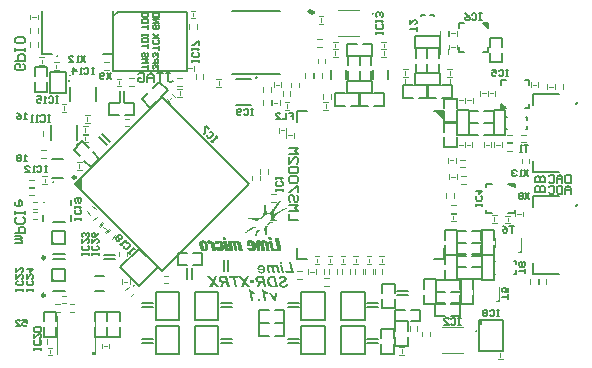
<source format=gbo>
G04*
G04 #@! TF.GenerationSoftware,Altium Limited,Altium Designer,19.1.6 (110)*
G04*
G04 Layer_Color=32896*
%FSLAX44Y44*%
%MOMM*%
G71*
G01*
G75*
%ADD10C,0.2540*%
%ADD12C,0.2000*%
%ADD13C,0.1500*%
%ADD14C,0.2500*%
%ADD15C,0.1000*%
%ADD16C,0.1270*%
%ADD202C,0.0762*%
G36*
X57750Y6750D02*
X55750D01*
Y4750D01*
X57750D01*
Y6750D01*
D02*
G37*
G36*
X22000Y69250D02*
X22000Y66250D01*
X25000Y66250D01*
X22000Y69250D01*
D02*
G37*
G36*
Y101000D02*
X22000Y98000D01*
X25000Y98000D01*
X22000Y101000D01*
D02*
G37*
G36*
X45778Y143850D02*
Y153150D01*
X41128Y148500D01*
X45778Y143850D01*
D02*
G37*
G36*
X385750Y33500D02*
Y29500D01*
X383500D01*
Y33500D01*
X385750D01*
D02*
G37*
G36*
X413375Y146250D02*
Y149000D01*
X408000D01*
X413375Y146250D01*
D02*
G37*
G36*
X353646Y202499D02*
X353645Y210500D01*
X345646Y210499D01*
X353646Y202499D01*
D02*
G37*
G36*
X401750Y216750D02*
Y212750D01*
X405750D01*
X401750Y216750D01*
D02*
G37*
G36*
X390500Y280750D02*
Y284750D01*
X386500D01*
X390500Y280750D01*
D02*
G37*
G36*
X212805Y61000D02*
X208977D01*
X208769Y61014D01*
X208589Y61028D01*
X208408D01*
X208256Y61042D01*
X208117Y61056D01*
X207992Y61069D01*
X207881Y61083D01*
X207784Y61097D01*
X207701Y61111D01*
X207632D01*
X207590Y61125D01*
X207548Y61139D01*
X207521D01*
X207132Y61250D01*
X206786Y61375D01*
X206481Y61513D01*
X206231Y61638D01*
X206023Y61763D01*
X205940Y61804D01*
X205870Y61860D01*
X205815Y61888D01*
X205773Y61915D01*
X205759Y61943D01*
X205746D01*
X205427Y62234D01*
X205135Y62540D01*
X204872Y62859D01*
X204664Y63164D01*
X204484Y63441D01*
X204414Y63552D01*
X204359Y63663D01*
X204303Y63746D01*
X204275Y63801D01*
X204248Y63843D01*
Y63857D01*
X204137Y64093D01*
X204053Y64328D01*
X203901Y64800D01*
X203790Y65258D01*
X203762Y65480D01*
X203721Y65688D01*
X203707Y65882D01*
X203679Y66062D01*
X203665Y66215D01*
Y66353D01*
X203651Y66464D01*
Y66547D01*
Y66603D01*
Y66617D01*
Y66880D01*
X203679Y67116D01*
X203693Y67352D01*
X203721Y67546D01*
X203748Y67699D01*
X203776Y67823D01*
X203790Y67907D01*
X203804Y67934D01*
X203859Y68156D01*
X203929Y68364D01*
X204012Y68545D01*
X204081Y68697D01*
X204137Y68822D01*
X204192Y68919D01*
X204220Y68988D01*
X204234Y69002D01*
X204345Y69169D01*
X204456Y69321D01*
X204567Y69460D01*
X204664Y69571D01*
X204761Y69668D01*
X204830Y69737D01*
X204886Y69779D01*
X204900Y69793D01*
X205052Y69917D01*
X205191Y70015D01*
X205343Y70098D01*
X205468Y70181D01*
X205593Y70237D01*
X205676Y70278D01*
X205732Y70292D01*
X205759Y70306D01*
X206120Y70431D01*
X206300Y70472D01*
X206467Y70500D01*
X206619Y70528D01*
X206730Y70542D01*
X206800Y70556D01*
X206827D01*
X206897Y70569D01*
X206966D01*
X207160Y70583D01*
X207396D01*
X207632Y70597D01*
X210794D01*
X212805Y61000D01*
D02*
G37*
G36*
X203097D02*
X201141D01*
X200309Y64967D01*
X199505D01*
X199255Y64953D01*
X199047Y64939D01*
X198881Y64911D01*
X198742Y64869D01*
X198645Y64828D01*
X198575Y64800D01*
X198534Y64786D01*
X198520Y64772D01*
X198437Y64703D01*
X198354Y64634D01*
X198187Y64440D01*
X198048Y64232D01*
X197924Y64023D01*
X197813Y63829D01*
X197730Y63677D01*
X197702Y63607D01*
X197674Y63566D01*
X197660Y63538D01*
Y63524D01*
X197521Y63219D01*
X197397Y62928D01*
X197286Y62650D01*
X197189Y62401D01*
X197092Y62179D01*
X197008Y61971D01*
X196939Y61791D01*
X196870Y61624D01*
X196814Y61472D01*
X196773Y61347D01*
X196731Y61236D01*
X196703Y61153D01*
X196676Y61083D01*
X196662Y61042D01*
X196648Y61014D01*
Y61000D01*
X194526D01*
X194678Y61375D01*
X194831Y61721D01*
X194970Y62054D01*
X195108Y62359D01*
X195233Y62650D01*
X195358Y62914D01*
X195469Y63150D01*
X195580Y63358D01*
X195677Y63552D01*
X195760Y63718D01*
X195830Y63857D01*
X195899Y63968D01*
X195940Y64065D01*
X195982Y64120D01*
X195996Y64162D01*
X196010Y64176D01*
X196135Y64370D01*
X196259Y64550D01*
X196384Y64703D01*
X196481Y64842D01*
X196579Y64939D01*
X196648Y65022D01*
X196703Y65064D01*
X196717Y65077D01*
X196454Y65119D01*
X196190Y65174D01*
X195954Y65230D01*
X195746Y65299D01*
X195538Y65382D01*
X195358Y65466D01*
X195192Y65549D01*
X195053Y65632D01*
X194914Y65715D01*
X194803Y65785D01*
X194720Y65854D01*
X194637Y65923D01*
X194581Y65979D01*
X194526Y66020D01*
X194512Y66034D01*
X194498Y66048D01*
X194373Y66201D01*
X194249Y66367D01*
X194151Y66534D01*
X194068Y66700D01*
X193944Y67047D01*
X193860Y67366D01*
X193819Y67504D01*
X193805Y67643D01*
X193791Y67768D01*
X193777Y67865D01*
X193763Y67962D01*
Y68018D01*
Y68059D01*
Y68073D01*
X193777Y68378D01*
X193819Y68669D01*
X193888Y68919D01*
X193957Y69127D01*
X194027Y69293D01*
X194096Y69418D01*
X194138Y69502D01*
X194151Y69529D01*
X194304Y69737D01*
X194457Y69917D01*
X194623Y70056D01*
X194790Y70181D01*
X194928Y70264D01*
X195039Y70320D01*
X195108Y70347D01*
X195122Y70361D01*
X195136D01*
X195386Y70444D01*
X195663Y70500D01*
X195940Y70542D01*
X196218Y70569D01*
X196467Y70583D01*
X196565Y70597D01*
X201086D01*
X203097Y61000D01*
D02*
G37*
G36*
X217201Y70764D02*
X217478Y70750D01*
X217742Y70708D01*
X217991Y70652D01*
X218227Y70597D01*
X218435Y70528D01*
X218615Y70444D01*
X218782Y70375D01*
X218934Y70306D01*
X219073Y70223D01*
X219184Y70153D01*
X219267Y70098D01*
X219336Y70042D01*
X219392Y70015D01*
X219420Y69987D01*
X219434Y69973D01*
X219586Y69820D01*
X219725Y69654D01*
X219836Y69488D01*
X219933Y69321D01*
X220016Y69141D01*
X220099Y68974D01*
X220196Y68656D01*
X220238Y68517D01*
X220266Y68378D01*
X220280Y68253D01*
X220293Y68156D01*
X220307Y68073D01*
Y68004D01*
Y67962D01*
Y67948D01*
X220293Y67699D01*
X220266Y67463D01*
X220210Y67255D01*
X220155Y67074D01*
X220113Y66936D01*
X220058Y66825D01*
X220030Y66755D01*
X220016Y66728D01*
X219891Y66547D01*
X219766Y66381D01*
X219628Y66228D01*
X219503Y66118D01*
X219392Y66020D01*
X219295Y65937D01*
X219239Y65896D01*
X219212Y65882D01*
X219115Y65826D01*
X218990Y65757D01*
X218740Y65618D01*
X218463Y65493D01*
X218199Y65355D01*
X217964Y65244D01*
X217853Y65202D01*
X217756Y65161D01*
X217686Y65119D01*
X217631Y65105D01*
X217589Y65077D01*
X217575D01*
X217381Y64994D01*
X217187Y64911D01*
X217034Y64828D01*
X216882Y64759D01*
X216757Y64703D01*
X216646Y64647D01*
X216549Y64592D01*
X216466Y64537D01*
X216341Y64467D01*
X216258Y64412D01*
X216216Y64384D01*
X216202Y64370D01*
X216077Y64259D01*
X215994Y64134D01*
X215925Y64010D01*
X215883Y63899D01*
X215856Y63801D01*
X215842Y63718D01*
Y63663D01*
Y63649D01*
X215856Y63469D01*
X215911Y63316D01*
X215980Y63177D01*
X216064Y63053D01*
X216147Y62956D01*
X216216Y62872D01*
X216272Y62831D01*
X216285Y62817D01*
X216466Y62706D01*
X216688Y62623D01*
X216923Y62553D01*
X217145Y62512D01*
X217353Y62484D01*
X217450D01*
X217534Y62470D01*
X217894D01*
X218088Y62498D01*
X218269Y62512D01*
X218421Y62553D01*
X218574Y62581D01*
X218699Y62623D01*
X218823Y62678D01*
X218920Y62720D01*
X219087Y62817D01*
X219198Y62886D01*
X219253Y62942D01*
X219281Y62969D01*
X219378Y63108D01*
X219447Y63288D01*
X219503Y63496D01*
X219531Y63705D01*
X219558Y63885D01*
X219572Y64051D01*
X219586Y64107D01*
Y64148D01*
Y64176D01*
Y64190D01*
X221472Y64079D01*
X221458Y63732D01*
X221431Y63413D01*
X221375Y63122D01*
X221306Y62872D01*
X221236Y62664D01*
X221209Y62581D01*
X221181Y62512D01*
X221153Y62442D01*
X221139Y62401D01*
X221126Y62387D01*
Y62373D01*
X220959Y62110D01*
X220765Y61888D01*
X220557Y61680D01*
X220349Y61527D01*
X220155Y61388D01*
X220002Y61305D01*
X219933Y61264D01*
X219891Y61236D01*
X219863Y61222D01*
X219850D01*
X219503Y61083D01*
X219128Y60986D01*
X218768Y60917D01*
X218435Y60875D01*
X218283Y60848D01*
X218144D01*
X218019Y60834D01*
X217908Y60820D01*
X217700D01*
X217367Y60834D01*
X217062Y60861D01*
X216771Y60903D01*
X216507Y60958D01*
X216258Y61028D01*
X216022Y61111D01*
X215814Y61180D01*
X215634Y61277D01*
X215453Y61361D01*
X215315Y61430D01*
X215190Y61513D01*
X215079Y61583D01*
X215010Y61638D01*
X214940Y61680D01*
X214912Y61707D01*
X214899Y61721D01*
X214718Y61902D01*
X214566Y62068D01*
X214427Y62262D01*
X214316Y62442D01*
X214219Y62623D01*
X214136Y62803D01*
X214067Y62983D01*
X214011Y63150D01*
X213969Y63302D01*
X213942Y63441D01*
X213914Y63580D01*
X213900Y63691D01*
X213886Y63774D01*
Y63843D01*
Y63885D01*
Y63899D01*
X213900Y64093D01*
X213914Y64259D01*
X213997Y64592D01*
X214094Y64883D01*
X214219Y65119D01*
X214344Y65313D01*
X214455Y65466D01*
X214496Y65507D01*
X214538Y65549D01*
X214552Y65563D01*
X214566Y65577D01*
X214663Y65660D01*
X214788Y65757D01*
X214926Y65854D01*
X215093Y65951D01*
X215439Y66145D01*
X215800Y66326D01*
X216133Y66492D01*
X216285Y66561D01*
X216424Y66631D01*
X216535Y66672D01*
X216618Y66714D01*
X216674Y66728D01*
X216688Y66742D01*
X216882Y66825D01*
X217062Y66908D01*
X217229Y66991D01*
X217367Y67061D01*
X217506Y67130D01*
X217617Y67199D01*
X217714Y67255D01*
X217811Y67310D01*
X217950Y67393D01*
X218033Y67449D01*
X218088Y67491D01*
X218102Y67504D01*
X218213Y67615D01*
X218283Y67726D01*
X218338Y67837D01*
X218380Y67948D01*
X218407Y68045D01*
X218421Y68115D01*
Y68170D01*
Y68184D01*
X218407Y68337D01*
X218366Y68489D01*
X218310Y68614D01*
X218241Y68725D01*
X218185Y68808D01*
X218130Y68864D01*
X218088Y68905D01*
X218074Y68919D01*
X217922Y69016D01*
X217742Y69085D01*
X217547Y69141D01*
X217367Y69169D01*
X217187Y69196D01*
X217048Y69210D01*
X216910D01*
X216618Y69196D01*
X216355Y69155D01*
X216133Y69085D01*
X215966Y69030D01*
X215828Y68961D01*
X215731Y68891D01*
X215661Y68850D01*
X215648Y68836D01*
X215495Y68683D01*
X215384Y68517D01*
X215301Y68337D01*
X215231Y68170D01*
X215190Y68018D01*
X215148Y67893D01*
X215134Y67810D01*
Y67796D01*
Y67782D01*
X213248Y67865D01*
X213276Y68101D01*
X213318Y68337D01*
X213373Y68545D01*
X213442Y68753D01*
X213526Y68933D01*
X213609Y69113D01*
X213706Y69266D01*
X213803Y69418D01*
X213886Y69543D01*
X213969Y69654D01*
X214053Y69751D01*
X214122Y69834D01*
X214191Y69890D01*
X214233Y69931D01*
X214261Y69959D01*
X214275Y69973D01*
X214455Y70112D01*
X214649Y70237D01*
X214857Y70347D01*
X215079Y70444D01*
X215287Y70514D01*
X215509Y70583D01*
X215939Y70680D01*
X216133Y70708D01*
X216313Y70736D01*
X216480Y70750D01*
X216618Y70764D01*
X216729Y70777D01*
X216896D01*
X217201Y70764D01*
D02*
G37*
G36*
X216459Y80905D02*
X214587D01*
X214240Y82597D01*
X216098D01*
X216459Y80905D01*
D02*
G37*
G36*
X209400Y80101D02*
X209622Y80073D01*
X209816Y80017D01*
X210024Y79962D01*
X210385Y79796D01*
X210717Y79615D01*
X210870Y79518D01*
X210995Y79435D01*
X211106Y79352D01*
X211203Y79269D01*
X211286Y79213D01*
X211341Y79158D01*
X211369Y79130D01*
X211383Y79116D01*
X211217Y79962D01*
X212978D01*
X214434Y73000D01*
X212576D01*
X211910Y76190D01*
X211868Y76342D01*
X211841Y76481D01*
X211785Y76703D01*
X211730Y76897D01*
X211702Y77036D01*
X211674Y77133D01*
X211646Y77202D01*
X211633Y77244D01*
Y77258D01*
X211563Y77438D01*
X211494Y77590D01*
X211425Y77743D01*
X211355Y77854D01*
X211300Y77951D01*
X211258Y78020D01*
X211231Y78062D01*
X211217Y78076D01*
X211119Y78187D01*
X211022Y78284D01*
X210925Y78381D01*
X210828Y78450D01*
X210759Y78506D01*
X210690Y78547D01*
X210648Y78561D01*
X210634Y78575D01*
X210509Y78644D01*
X210398Y78686D01*
X210287Y78728D01*
X210190Y78742D01*
X210107Y78755D01*
X210052Y78769D01*
X209996D01*
X209871Y78755D01*
X209774Y78742D01*
X209691Y78714D01*
X209608Y78686D01*
X209552Y78644D01*
X209511Y78617D01*
X209497Y78603D01*
X209483Y78589D01*
X209414Y78520D01*
X209372Y78436D01*
X209317Y78298D01*
X209303Y78229D01*
X209289Y78173D01*
Y78145D01*
Y78131D01*
Y78034D01*
X209317Y77896D01*
X209331Y77743D01*
X209358Y77577D01*
X209386Y77438D01*
X209414Y77313D01*
X209428Y77216D01*
X209441Y77202D01*
Y77188D01*
X210315Y73000D01*
X208457D01*
X207791Y76148D01*
X207736Y76398D01*
X207680Y76620D01*
X207625Y76828D01*
X207555Y77008D01*
X207500Y77175D01*
X207444Y77327D01*
X207389Y77466D01*
X207333Y77590D01*
X207292Y77688D01*
X207236Y77785D01*
X207195Y77854D01*
X207167Y77923D01*
X207139Y77965D01*
X207111Y77993D01*
X207098Y78020D01*
X206987Y78159D01*
X206890Y78270D01*
X206779Y78367D01*
X206668Y78450D01*
X206446Y78589D01*
X206252Y78672D01*
X206085Y78728D01*
X205947Y78755D01*
X205891Y78769D01*
X205822D01*
X205697Y78755D01*
X205600Y78742D01*
X205503Y78714D01*
X205434Y78686D01*
X205378Y78644D01*
X205336Y78617D01*
X205322Y78603D01*
X205309Y78589D01*
X205253Y78520D01*
X205198Y78450D01*
X205156Y78298D01*
X205142Y78229D01*
X205128Y78187D01*
Y78145D01*
Y78131D01*
Y78104D01*
Y78062D01*
X205156Y77951D01*
X205184Y77799D01*
X205212Y77646D01*
X205239Y77493D01*
X205267Y77355D01*
X205281Y77299D01*
Y77271D01*
X205295Y77244D01*
Y77230D01*
X206196Y73000D01*
X204338D01*
X203423Y77230D01*
X203353Y77535D01*
X203312Y77799D01*
X203270Y78020D01*
X203256Y78187D01*
X203242Y78312D01*
X203228Y78409D01*
Y78464D01*
Y78478D01*
X203242Y78742D01*
X203298Y78977D01*
X203381Y79172D01*
X203464Y79338D01*
X203547Y79477D01*
X203631Y79574D01*
X203686Y79643D01*
X203700Y79657D01*
X203880Y79809D01*
X204088Y79920D01*
X204310Y80004D01*
X204518Y80059D01*
X204698Y80087D01*
X204851Y80115D01*
X204990D01*
X205267Y80101D01*
X205517Y80059D01*
X205766Y80004D01*
X205974Y79934D01*
X206155Y79865D01*
X206279Y79809D01*
X206335Y79782D01*
X206376Y79768D01*
X206390Y79754D01*
X206404D01*
X206640Y79615D01*
X206848Y79463D01*
X207015Y79324D01*
X207167Y79185D01*
X207278Y79061D01*
X207361Y78963D01*
X207417Y78908D01*
X207430Y78880D01*
X207486Y79088D01*
X207569Y79255D01*
X207666Y79421D01*
X207750Y79546D01*
X207847Y79643D01*
X207916Y79726D01*
X207971Y79768D01*
X207985Y79782D01*
X208152Y79893D01*
X208346Y79976D01*
X208554Y80031D01*
X208748Y80073D01*
X208914Y80101D01*
X209067Y80115D01*
X209192D01*
X209400Y80101D01*
D02*
G37*
G36*
X198707D02*
X199054Y80045D01*
X199373Y79976D01*
X199664Y79879D01*
X199942Y79768D01*
X200191Y79643D01*
X200427Y79504D01*
X200635Y79366D01*
X200815Y79213D01*
X200982Y79088D01*
X201106Y78950D01*
X201231Y78839D01*
X201315Y78742D01*
X201370Y78672D01*
X201412Y78617D01*
X201425Y78603D01*
X201564Y78395D01*
X201689Y78173D01*
X201786Y77951D01*
X201883Y77729D01*
X201952Y77507D01*
X202022Y77299D01*
X202119Y76911D01*
X202147Y76731D01*
X202174Y76564D01*
X202188Y76412D01*
X202202Y76287D01*
X202216Y76190D01*
Y76121D01*
Y76065D01*
Y76051D01*
X202202Y75788D01*
X202174Y75538D01*
X202133Y75288D01*
X202077Y75066D01*
X202008Y74858D01*
X201939Y74664D01*
X201855Y74498D01*
X201772Y74331D01*
X201703Y74193D01*
X201620Y74068D01*
X201550Y73957D01*
X201481Y73874D01*
X201425Y73804D01*
X201384Y73749D01*
X201356Y73721D01*
X201342Y73707D01*
X201176Y73555D01*
X200996Y73416D01*
X200801Y73291D01*
X200621Y73194D01*
X200427Y73111D01*
X200233Y73042D01*
X199872Y72931D01*
X199706Y72889D01*
X199553Y72861D01*
X199415Y72847D01*
X199290Y72834D01*
X199193Y72820D01*
X199054D01*
X198680Y72847D01*
X198347Y72903D01*
X198028Y72972D01*
X197764Y73069D01*
X197528Y73166D01*
X197445Y73208D01*
X197362Y73236D01*
X197307Y73278D01*
X197265Y73291D01*
X197237Y73319D01*
X197223D01*
X196932Y73527D01*
X196669Y73777D01*
X196433Y74026D01*
X196239Y74276D01*
X196100Y74512D01*
X196031Y74609D01*
X195989Y74692D01*
X195947Y74761D01*
X195920Y74817D01*
X195892Y74845D01*
Y74858D01*
X197570Y75136D01*
X197667Y74969D01*
X197778Y74817D01*
X197903Y74692D01*
X198028Y74581D01*
X198139Y74484D01*
X198263Y74401D01*
X198388Y74331D01*
X198499Y74290D01*
X198707Y74220D01*
X198804Y74193D01*
X198888Y74179D01*
X198943Y74165D01*
X199040D01*
X199248Y74179D01*
X199442Y74234D01*
X199609Y74304D01*
X199747Y74373D01*
X199872Y74456D01*
X199956Y74512D01*
X200011Y74567D01*
X200025Y74581D01*
X200150Y74748D01*
X200247Y74942D01*
X200316Y75122D01*
X200358Y75302D01*
X200385Y75469D01*
X200413Y75594D01*
Y75677D01*
Y75691D01*
Y75704D01*
Y75760D01*
X200399Y75815D01*
Y75871D01*
Y75885D01*
X195684D01*
X195601Y76301D01*
X195573Y76509D01*
X195559Y76703D01*
X195545Y76856D01*
Y76994D01*
Y77077D01*
Y77091D01*
Y77105D01*
X195559Y77369D01*
X195573Y77604D01*
X195615Y77840D01*
X195670Y78048D01*
X195726Y78256D01*
X195781Y78436D01*
X195850Y78603D01*
X195920Y78755D01*
X196003Y78880D01*
X196072Y79005D01*
X196128Y79102D01*
X196183Y79185D01*
X196239Y79241D01*
X196280Y79282D01*
X196294Y79310D01*
X196308Y79324D01*
X196461Y79463D01*
X196613Y79588D01*
X196780Y79685D01*
X196946Y79782D01*
X197112Y79865D01*
X197279Y79920D01*
X197612Y80017D01*
X197764Y80045D01*
X197903Y80073D01*
X198028Y80087D01*
X198139Y80101D01*
X198222Y80115D01*
X198347D01*
X198707Y80101D01*
D02*
G37*
G36*
X226250Y73000D02*
X219371D01*
X219038Y74609D01*
X223948D01*
X222270Y82597D01*
X224239D01*
X226250Y73000D01*
D02*
G37*
G36*
X218109D02*
X216251D01*
X214781Y79962D01*
X216653D01*
X218109Y73000D01*
D02*
G37*
G36*
X200615Y59139D02*
X200892Y58889D01*
X201197Y58653D01*
X201502Y58418D01*
X201807Y58210D01*
X202127Y58002D01*
X202432Y57807D01*
X202723Y57641D01*
X203000Y57475D01*
X203264Y57336D01*
X203500Y57225D01*
X203694Y57128D01*
X203860Y57045D01*
X203985Y56975D01*
X204068Y56948D01*
X204082Y56934D01*
X204096D01*
X204456Y55256D01*
X204221Y55311D01*
X203999Y55381D01*
X203763Y55450D01*
X203555Y55519D01*
X203375Y55588D01*
X203222Y55630D01*
X203167Y55658D01*
X203125Y55672D01*
X203111Y55686D01*
X203097D01*
X202820Y55810D01*
X202556Y55935D01*
X202321Y56046D01*
X202127Y56157D01*
X201960Y56254D01*
X201835Y56324D01*
X201766Y56379D01*
X201738Y56393D01*
X203125Y49750D01*
X201239D01*
X199214Y59402D01*
X200351D01*
X200615Y59139D01*
D02*
G37*
G36*
X189423D02*
X189700Y58889D01*
X190005Y58653D01*
X190311Y58418D01*
X190616Y58210D01*
X190935Y58002D01*
X191240Y57807D01*
X191531Y57641D01*
X191808Y57475D01*
X192072Y57336D01*
X192308Y57225D01*
X192502Y57128D01*
X192668Y57045D01*
X192793Y56975D01*
X192876Y56948D01*
X192890Y56934D01*
X192904D01*
X193265Y55256D01*
X193029Y55311D01*
X192807Y55381D01*
X192571Y55450D01*
X192363Y55519D01*
X192183Y55588D01*
X192030Y55630D01*
X191975Y55658D01*
X191933Y55672D01*
X191919Y55686D01*
X191905D01*
X191628Y55810D01*
X191365Y55935D01*
X191129Y56046D01*
X190935Y56157D01*
X190768Y56254D01*
X190644Y56324D01*
X190574Y56379D01*
X190546Y56393D01*
X191933Y49750D01*
X190047D01*
X188022Y59402D01*
X189160D01*
X189423Y59139D01*
D02*
G37*
G36*
X211113Y49750D02*
X209505D01*
X205219Y56712D01*
X207244D01*
X208978Y53758D01*
X209019Y53675D01*
X209088Y53550D01*
X209172Y53411D01*
X209255Y53259D01*
X209338Y53106D01*
X209407Y52981D01*
X209463Y52898D01*
X209477Y52884D01*
Y52870D01*
X209546Y52745D01*
X209615Y52621D01*
X209713Y52427D01*
X209796Y52288D01*
X209851Y52177D01*
X209893Y52108D01*
X209921Y52066D01*
X209934Y52038D01*
X209948Y52121D01*
X209962Y52218D01*
X209990Y52454D01*
X210032Y52718D01*
X210073Y52995D01*
X210115Y53245D01*
X210142Y53370D01*
X210156Y53467D01*
X210170Y53550D01*
Y53605D01*
X210184Y53647D01*
Y53661D01*
X210656Y56712D01*
X212500D01*
X211113Y49750D01*
D02*
G37*
G36*
X197980D02*
X196122D01*
X195761Y51567D01*
X197619D01*
X197980Y49750D01*
D02*
G37*
G36*
X186006Y65840D02*
X190250Y61000D01*
X187698D01*
X186381Y62442D01*
X186200Y62650D01*
X186020Y62845D01*
X185868Y63011D01*
X185743Y63177D01*
X185618Y63316D01*
X185507Y63441D01*
X185424Y63552D01*
X185341Y63649D01*
X185216Y63801D01*
X185133Y63913D01*
X185091Y63968D01*
X185077Y63982D01*
X185035Y63885D01*
X184994Y63774D01*
X184883Y63538D01*
X184758Y63274D01*
X184633Y63011D01*
X184508Y62775D01*
X184453Y62678D01*
X184411Y62581D01*
X184370Y62512D01*
X184342Y62456D01*
X184314Y62415D01*
Y62401D01*
X183579Y61000D01*
X181346D01*
X183718Y65549D01*
X179322Y70597D01*
X181832D01*
X183330Y68933D01*
X183538Y68697D01*
X183760Y68434D01*
X183981Y68170D01*
X184203Y67934D01*
X184384Y67712D01*
X184467Y67615D01*
X184522Y67532D01*
X184578Y67477D01*
X184619Y67421D01*
X184647Y67393D01*
X184661Y67380D01*
X184689Y67449D01*
X184716Y67504D01*
X184730Y67532D01*
X184744Y67546D01*
X184855Y67754D01*
X184938Y67948D01*
X185022Y68115D01*
X185091Y68253D01*
X185160Y68378D01*
X185202Y68475D01*
X185257Y68572D01*
X185285Y68642D01*
X185313Y68697D01*
X185341Y68739D01*
X185368Y68808D01*
X185382Y68836D01*
X186325Y70597D01*
X188392D01*
X186006Y65840D01*
D02*
G37*
G36*
X159185D02*
X163428Y61000D01*
X160877D01*
X159559Y62442D01*
X159379Y62650D01*
X159199Y62845D01*
X159046Y63011D01*
X158921Y63177D01*
X158797Y63316D01*
X158686Y63441D01*
X158602Y63552D01*
X158519Y63649D01*
X158394Y63801D01*
X158311Y63913D01*
X158270Y63968D01*
X158256Y63982D01*
X158214Y63885D01*
X158172Y63774D01*
X158061Y63538D01*
X157937Y63274D01*
X157812Y63011D01*
X157687Y62775D01*
X157632Y62678D01*
X157590Y62581D01*
X157548Y62512D01*
X157521Y62456D01*
X157493Y62415D01*
Y62401D01*
X156758Y61000D01*
X154525D01*
X156896Y65549D01*
X152500Y70597D01*
X155010D01*
X156508Y68933D01*
X156716Y68697D01*
X156938Y68434D01*
X157160Y68170D01*
X157382Y67934D01*
X157562Y67712D01*
X157645Y67615D01*
X157701Y67532D01*
X157756Y67477D01*
X157798Y67421D01*
X157826Y67393D01*
X157839Y67380D01*
X157867Y67449D01*
X157895Y67504D01*
X157909Y67532D01*
X157923Y67546D01*
X158034Y67754D01*
X158117Y67948D01*
X158200Y68115D01*
X158270Y68253D01*
X158339Y68378D01*
X158380Y68475D01*
X158436Y68572D01*
X158464Y68642D01*
X158491Y68697D01*
X158519Y68739D01*
X158547Y68808D01*
X158561Y68836D01*
X159504Y70597D01*
X161570D01*
X159185Y65840D01*
D02*
G37*
G36*
X179280Y68988D02*
X176479D01*
X178143Y61000D01*
X176174D01*
X174509Y68988D01*
X171708D01*
X171389Y70597D01*
X178961D01*
X179280Y68988D01*
D02*
G37*
G36*
X172096Y61000D02*
X170141D01*
X169309Y64967D01*
X168504D01*
X168255Y64953D01*
X168047Y64939D01*
X167880Y64911D01*
X167742Y64869D01*
X167645Y64828D01*
X167575Y64800D01*
X167533Y64786D01*
X167520Y64772D01*
X167437Y64703D01*
X167353Y64634D01*
X167187Y64440D01*
X167048Y64231D01*
X166923Y64023D01*
X166812Y63829D01*
X166729Y63677D01*
X166701Y63607D01*
X166674Y63566D01*
X166660Y63538D01*
Y63524D01*
X166521Y63219D01*
X166396Y62928D01*
X166285Y62650D01*
X166188Y62401D01*
X166091Y62179D01*
X166008Y61971D01*
X165939Y61791D01*
X165869Y61624D01*
X165814Y61472D01*
X165772Y61347D01*
X165731Y61236D01*
X165703Y61153D01*
X165675Y61083D01*
X165661Y61042D01*
X165647Y61014D01*
Y61000D01*
X163526D01*
X163678Y61375D01*
X163831Y61721D01*
X163969Y62054D01*
X164108Y62359D01*
X164233Y62650D01*
X164358Y62914D01*
X164469Y63150D01*
X164580Y63358D01*
X164677Y63552D01*
X164760Y63718D01*
X164829Y63857D01*
X164899Y63968D01*
X164940Y64065D01*
X164982Y64120D01*
X164996Y64162D01*
X165009Y64176D01*
X165134Y64370D01*
X165259Y64550D01*
X165384Y64703D01*
X165481Y64842D01*
X165578Y64939D01*
X165647Y65022D01*
X165703Y65064D01*
X165717Y65077D01*
X165453Y65119D01*
X165190Y65174D01*
X164954Y65230D01*
X164746Y65299D01*
X164538Y65382D01*
X164358Y65466D01*
X164191Y65549D01*
X164053Y65632D01*
X163914Y65715D01*
X163803Y65785D01*
X163720Y65854D01*
X163636Y65923D01*
X163581Y65979D01*
X163526Y66020D01*
X163512Y66034D01*
X163498Y66048D01*
X163373Y66201D01*
X163248Y66367D01*
X163151Y66534D01*
X163068Y66700D01*
X162943Y67047D01*
X162860Y67366D01*
X162818Y67504D01*
X162804Y67643D01*
X162791Y67768D01*
X162777Y67865D01*
X162763Y67962D01*
Y68018D01*
Y68059D01*
Y68073D01*
X162777Y68378D01*
X162818Y68669D01*
X162888Y68919D01*
X162957Y69127D01*
X163026Y69293D01*
X163096Y69418D01*
X163137Y69501D01*
X163151Y69529D01*
X163304Y69737D01*
X163456Y69917D01*
X163623Y70056D01*
X163789Y70181D01*
X163928Y70264D01*
X164039Y70320D01*
X164108Y70347D01*
X164122Y70361D01*
X164136D01*
X164385Y70444D01*
X164663Y70500D01*
X164940Y70542D01*
X165217Y70569D01*
X165467Y70583D01*
X165564Y70597D01*
X170085D01*
X172096Y61000D01*
D02*
G37*
G36*
X193000Y65157D02*
X189352D01*
X188992Y66974D01*
X192639D01*
X193000Y65157D01*
D02*
G37*
%LPC*%
G36*
X209157Y69016D02*
X207701D01*
X207451Y69002D01*
X207243Y68974D01*
X207077Y68961D01*
X206952Y68933D01*
X206869Y68905D01*
X206813Y68891D01*
X206800D01*
X206619Y68808D01*
X206453Y68711D01*
X206314Y68600D01*
X206189Y68489D01*
X206092Y68378D01*
X206023Y68295D01*
X205981Y68239D01*
X205967Y68212D01*
X205856Y68004D01*
X205773Y67754D01*
X205718Y67504D01*
X205676Y67255D01*
X205648Y67019D01*
Y66922D01*
X205634Y66839D01*
Y66769D01*
Y66714D01*
Y66686D01*
Y66672D01*
X205648Y66242D01*
X205690Y65840D01*
X205759Y65480D01*
X205801Y65313D01*
X205829Y65174D01*
X205870Y65036D01*
X205912Y64925D01*
X205940Y64828D01*
X205967Y64731D01*
X205995Y64675D01*
X206023Y64620D01*
X206037Y64592D01*
Y64578D01*
X206189Y64273D01*
X206356Y63996D01*
X206522Y63746D01*
X206688Y63538D01*
X206827Y63386D01*
X206938Y63261D01*
X207008Y63191D01*
X207021Y63164D01*
X207035D01*
X207188Y63039D01*
X207340Y62928D01*
X207493Y62845D01*
X207632Y62775D01*
X207756Y62734D01*
X207854Y62692D01*
X207909Y62678D01*
X207937Y62664D01*
X208034Y62637D01*
X208145Y62623D01*
X208394Y62595D01*
X208644Y62567D01*
X208908Y62553D01*
X209143D01*
X209254Y62540D01*
X210516D01*
X209157Y69016D01*
D02*
G37*
G36*
X199463Y68988D02*
X196994D01*
X196759Y68961D01*
X196551Y68933D01*
X196398Y68905D01*
X196287Y68877D01*
X196218Y68850D01*
X196176Y68836D01*
X196162Y68822D01*
X196024Y68711D01*
X195913Y68586D01*
X195843Y68461D01*
X195788Y68337D01*
X195760Y68226D01*
X195732Y68128D01*
Y68073D01*
Y68045D01*
X195746Y67879D01*
X195774Y67712D01*
X195830Y67574D01*
X195885Y67449D01*
X195940Y67338D01*
X195996Y67255D01*
X196024Y67199D01*
X196038Y67185D01*
X196162Y67047D01*
X196287Y66922D01*
X196426Y66825D01*
X196551Y66742D01*
X196676Y66672D01*
X196773Y66631D01*
X196828Y66603D01*
X196856Y66589D01*
X196967Y66561D01*
X197092Y66534D01*
X197244Y66506D01*
X197397Y66492D01*
X197743Y66450D01*
X198090Y66437D01*
X198423Y66423D01*
X198562Y66409D01*
X200004D01*
X199463Y68988D01*
D02*
G37*
G36*
X198638Y78769D02*
X198541D01*
X198333Y78755D01*
X198153Y78714D01*
X197986Y78644D01*
X197861Y78575D01*
X197750Y78506D01*
X197681Y78436D01*
X197626Y78395D01*
X197612Y78381D01*
X197501Y78215D01*
X197418Y78034D01*
X197348Y77840D01*
X197307Y77660D01*
X197279Y77480D01*
X197265Y77341D01*
Y77285D01*
Y77244D01*
Y77230D01*
Y77216D01*
Y77161D01*
Y77105D01*
Y77050D01*
Y77036D01*
X200219D01*
X200150Y77341D01*
X200053Y77590D01*
X199942Y77812D01*
X199844Y77993D01*
X199747Y78145D01*
X199664Y78242D01*
X199609Y78312D01*
X199595Y78326D01*
X199415Y78478D01*
X199234Y78589D01*
X199054Y78658D01*
X198888Y78714D01*
X198749Y78742D01*
X198638Y78769D01*
D02*
G37*
G36*
X168463Y68988D02*
X165994D01*
X165758Y68961D01*
X165550Y68933D01*
X165398Y68905D01*
X165287Y68877D01*
X165217Y68850D01*
X165176Y68836D01*
X165162Y68822D01*
X165023Y68711D01*
X164912Y68586D01*
X164843Y68461D01*
X164788Y68337D01*
X164760Y68225D01*
X164732Y68128D01*
Y68073D01*
Y68045D01*
X164746Y67879D01*
X164774Y67712D01*
X164829Y67574D01*
X164885Y67449D01*
X164940Y67338D01*
X164996Y67255D01*
X165023Y67199D01*
X165037Y67185D01*
X165162Y67047D01*
X165287Y66922D01*
X165426Y66825D01*
X165550Y66742D01*
X165675Y66672D01*
X165772Y66631D01*
X165828Y66603D01*
X165856Y66589D01*
X165966Y66561D01*
X166091Y66534D01*
X166244Y66506D01*
X166396Y66492D01*
X166743Y66450D01*
X167090Y66437D01*
X167423Y66423D01*
X167561Y66409D01*
X169004D01*
X168463Y68988D01*
D02*
G37*
%LPD*%
D10*
X15570Y54450D02*
G03*
X15570Y54450I-1270J0D01*
G01*
Y86200D02*
G03*
X15570Y86200I-1270J0D01*
G01*
D12*
X293309Y292750D02*
G03*
X293309Y292750I-559J0D01*
G01*
X91275Y62529D02*
G03*
X91275Y62529I-353J0D01*
G01*
X14559Y133000D02*
G03*
X14559Y133000I-559J0D01*
G01*
X26077Y256750D02*
G03*
X26077Y256750I-327J0D01*
G01*
X36500Y240500D02*
G03*
X36500Y240500I-250J0D01*
G01*
X36707Y235750D02*
G03*
X36707Y235750I-707J0D01*
G01*
X381059Y24250D02*
G03*
X381059Y24250I-559J0D01*
G01*
X195207Y238500D02*
G03*
X195207Y238500I-707J0D01*
G01*
X43957Y181500D02*
G03*
X43957Y181500I-707J0D01*
G01*
X174250Y241500D02*
X214250D01*
X174250Y295500D02*
X214250D01*
X353645Y201500D02*
Y210500D01*
X344645D02*
X353645D01*
Y85500D02*
Y94500D01*
X344645Y85500D02*
X353645D01*
X228645D02*
X237645D01*
X228645D02*
Y94500D01*
Y210500D02*
X237645D01*
X228645Y201500D02*
Y210500D01*
X45778Y143850D02*
Y153150D01*
X41128Y148500D02*
X114667Y222039D01*
X114667Y74961D02*
X188206Y148500D01*
X41128D02*
X114667Y74961D01*
X114667Y222039D02*
X188206Y148500D01*
X429000Y72250D02*
Y81750D01*
Y72250D02*
X450460D01*
X429000Y138250D02*
X450460D01*
X429000Y128750D02*
Y138250D01*
X73500Y244500D02*
X135500D01*
Y294500D01*
X73500Y244500D02*
Y290500D01*
X77500Y294500D01*
X135500D01*
X429000Y158750D02*
Y168250D01*
Y158750D02*
X450460D01*
X429000Y224750D02*
X450460D01*
X429000Y215250D02*
Y224750D01*
X-9374Y99012D02*
X-4042D01*
Y100345D01*
X-5375Y101677D01*
X-9374D01*
X-5375D01*
X-4042Y103010D01*
X-5375Y104343D01*
X-9374D01*
Y107009D02*
X-1376D01*
Y111008D01*
X-2709Y112341D01*
X-5375D01*
X-6708Y111008D01*
Y107009D01*
X-2709Y120338D02*
X-1376Y119005D01*
Y116339D01*
X-2709Y115007D01*
X-8041D01*
X-9374Y116339D01*
Y119005D01*
X-8041Y120338D01*
X-1376Y123004D02*
Y125670D01*
Y124337D01*
X-9374D01*
Y123004D01*
Y125670D01*
Y133667D02*
Y131001D01*
X-8041Y129668D01*
X-5375D01*
X-4042Y131001D01*
Y133667D01*
X-5375Y135000D01*
X-6708D01*
Y129668D01*
X-2835Y250332D02*
X-1503Y248999D01*
Y246333D01*
X-2835Y245000D01*
X-8167D01*
X-9500Y246333D01*
Y248999D01*
X-8167Y250332D01*
X-5501D01*
Y247666D01*
X-9500Y252997D02*
X-1503D01*
Y256996D01*
X-2835Y258329D01*
X-5501D01*
X-6834Y256996D01*
Y252997D01*
X-1503Y260995D02*
Y263661D01*
Y262328D01*
X-9500D01*
Y260995D01*
Y263661D01*
X-1503Y271658D02*
Y268992D01*
X-2835Y267659D01*
X-8167D01*
X-9500Y268992D01*
Y271658D01*
X-8167Y272991D01*
X-2835D01*
X-1503Y271658D01*
X118418Y242747D02*
X121084D01*
X119751D01*
Y236083D01*
X121084Y234750D01*
X122417D01*
X123750Y236083D01*
X115753Y242747D02*
X110421D01*
X113087D01*
Y234750D01*
X107755D02*
Y240082D01*
X105089Y242747D01*
X102424Y240082D01*
Y234750D01*
Y238749D01*
X107755D01*
X94426Y241415D02*
X95759Y242747D01*
X98425D01*
X99758Y241415D01*
Y236083D01*
X98425Y234750D01*
X95759D01*
X94426Y236083D01*
Y238749D01*
X97092D01*
X438747Y141999D02*
X430750D01*
Y145997D01*
X432083Y147330D01*
X433416D01*
X434749Y145997D01*
Y141999D01*
Y145997D01*
X436082Y147330D01*
X437415D01*
X438747Y145997D01*
Y141999D01*
Y149996D02*
X430750D01*
Y153995D01*
X432083Y155328D01*
X433416D01*
X434749Y153995D01*
Y149996D01*
Y153995D01*
X436082Y155328D01*
X437415D01*
X438747Y153995D01*
Y149996D01*
X230160Y117750D02*
X222163D01*
Y123082D01*
Y125747D02*
X230160D01*
X227495Y128413D01*
X230160Y131079D01*
X222163D01*
X228827Y139076D02*
X230160Y137744D01*
Y135078D01*
X228827Y133745D01*
X227495D01*
X226162Y135078D01*
Y137744D01*
X224829Y139076D01*
X223496D01*
X222163Y137744D01*
Y135078D01*
X223496Y133745D01*
X230160Y141742D02*
Y147074D01*
X228827D01*
X223496Y141742D01*
X222163D01*
X228827Y149740D02*
X230160Y151073D01*
Y153738D01*
X228827Y155071D01*
X223496D01*
X222163Y153738D01*
Y151073D01*
X223496Y149740D01*
X228827D01*
Y157737D02*
X230160Y159070D01*
Y161736D01*
X228827Y163069D01*
X223496D01*
X222163Y161736D01*
Y159070D01*
X223496Y157737D01*
X228827D01*
X222163Y171066D02*
Y165735D01*
X227495Y171066D01*
X228827D01*
X230160Y169733D01*
Y167067D01*
X228827Y165735D01*
X222163Y173732D02*
X230160D01*
X227495Y176398D01*
X230160Y179063D01*
X222163D01*
D13*
X22750Y150500D02*
G03*
X22750Y150500I-500J0D01*
G01*
X21250Y169500D02*
X31250D01*
X21250Y153500D02*
X31250D01*
X95164Y62176D02*
X111074Y78085D01*
X79255D02*
X95164Y62176D01*
X79255Y78085D02*
X95164Y93995D01*
X111074Y78085D01*
X14000Y117675D02*
Y122000D01*
X37500Y117675D02*
Y122000D01*
Y131000D02*
Y135325D01*
X13250Y258750D02*
Y294750D01*
Y258750D02*
X22000D01*
X64500D02*
X73250D01*
Y294750D01*
X109250Y4500D02*
X129250D01*
X109250D02*
Y28500D01*
X129250D01*
Y4500D02*
Y28500D01*
X408000Y149000D02*
X413375Y146250D01*
Y149000D01*
X408000D02*
X413375D01*
X388625D02*
X394000Y149000D01*
X388625Y146250D02*
X388625Y149000D01*
X388625Y124000D02*
Y126750D01*
Y124000D02*
X394000D01*
X408000Y124000D02*
X413375Y124000D01*
Y126750D01*
X386500Y284750D02*
X390500Y280750D01*
Y284750D01*
X386500D02*
X390500D01*
X366500D02*
X370500D01*
X366500Y280750D02*
Y284750D01*
Y260750D02*
Y264750D01*
Y260750D02*
X370500D01*
X386500D02*
X390500D01*
Y264750D01*
X395577Y83295D02*
X396827D01*
X395577Y72795D02*
Y83295D01*
Y72795D02*
X396827D01*
X412827Y83295D02*
X414077D01*
X412827Y72795D02*
X414077D01*
Y80545D02*
Y83295D01*
Y72795D02*
Y75545D01*
X19500Y225250D02*
Y243250D01*
X33500D01*
Y225250D02*
Y243250D01*
X19500Y225250D02*
X33500D01*
X36750Y218500D02*
Y231000D01*
X58750Y218500D02*
Y231000D01*
X383500Y7500D02*
Y33500D01*
X403500D01*
Y7500D02*
Y33500D01*
X383500Y7500D02*
X403500D01*
X22000Y66250D02*
Y76750D01*
X32500D01*
X22000Y66250D02*
X32500D01*
Y76750D01*
Y98000D02*
Y108500D01*
X22000Y98000D02*
X32500D01*
X22000Y108500D02*
X32500D01*
X22000Y98000D02*
Y108500D01*
X177250Y215750D02*
X189750D01*
X177250Y237750D02*
X189750D01*
X20500Y186250D02*
Y198750D01*
X42500Y186250D02*
Y198750D01*
X423760Y195250D02*
Y198000D01*
Y203000D02*
Y205750D01*
X422510Y195250D02*
X423760D01*
X422510Y205750D02*
X423760D01*
X405260Y195250D02*
X406510D01*
X405260D02*
Y205750D01*
X406510D01*
X401750Y232750D02*
Y236750D01*
X405750D01*
X421750D02*
X425750D01*
Y232750D02*
Y236750D01*
Y212750D02*
Y216750D01*
X421750Y212750D02*
X425750D01*
X401750D02*
X405750D01*
X401750D02*
Y216750D01*
X405750Y212750D01*
X342000Y292052D02*
X344750D01*
X334250D02*
X337000D01*
X344750Y290802D02*
Y292052D01*
X334250Y290802D02*
Y292052D01*
X344750Y273552D02*
Y274802D01*
X334250Y273552D02*
X344750D01*
X334250D02*
Y274802D01*
X142250Y57500D02*
X162250Y57500D01*
Y33500D02*
Y57500D01*
X142250Y33500D02*
X162250D01*
X142250D02*
Y57500D01*
X109250D02*
X129250Y57500D01*
Y33500D02*
Y57500D01*
X109250Y33500D02*
X129250D01*
X109250D02*
Y57500D01*
X142250Y4500D02*
X162250Y4500D01*
X142250Y4500D02*
Y28500D01*
X162250D01*
Y4500D02*
Y28500D01*
X266250Y33500D02*
Y57500D01*
Y33500D02*
X286250D01*
Y57500D01*
X266250D02*
X286250D01*
X232750Y4500D02*
X252750D01*
X232750D02*
Y28500D01*
X252750D01*
Y4500D02*
Y28500D01*
X266250Y4500D02*
X286250D01*
X266250D02*
Y28500D01*
X286250D01*
Y4500D02*
Y28500D01*
X232750Y57500D02*
X252750D01*
Y33500D02*
Y57500D01*
X232750Y33500D02*
X252750D01*
X232750D02*
Y57500D01*
X111415Y282999D02*
X112248Y282166D01*
Y280500D01*
X111415Y279667D01*
X108083D01*
X107250Y280500D01*
Y282166D01*
X108083Y282999D01*
X109749D01*
Y281333D01*
X107250Y284665D02*
X112248D01*
X107250Y287997D01*
X112248D01*
Y289663D02*
X107250D01*
Y292162D01*
X108083Y292995D01*
X111415D01*
X112248Y292162D01*
Y289663D01*
X0Y203500D02*
X-1833D01*
X-916D01*
Y208998D01*
X0Y208082D01*
X-8247Y208998D02*
X-6414Y208082D01*
X-4582Y206249D01*
Y204416D01*
X-5498Y203500D01*
X-7331D01*
X-8247Y204416D01*
Y205333D01*
X-7331Y206249D01*
X-4582D01*
X110915Y245917D02*
X111748Y246750D01*
Y248416D01*
X110915Y249249D01*
X110082D01*
X109249Y248416D01*
Y247583D01*
Y248416D01*
X108416Y249249D01*
X107583D01*
X106750Y248416D01*
Y246750D01*
X107583Y245917D01*
X106750Y250915D02*
X111748D01*
Y253414D01*
X110915Y254247D01*
X109249D01*
X108416Y253414D01*
Y250915D01*
X110915Y255913D02*
X111748Y256746D01*
Y258412D01*
X110915Y259246D01*
X110082D01*
X109249Y258412D01*
Y257579D01*
Y258412D01*
X108416Y259246D01*
X107583D01*
X106750Y258412D01*
Y256746D01*
X107583Y255913D01*
X460667Y140250D02*
Y144915D01*
X458335Y147248D01*
X456002Y144915D01*
Y140250D01*
Y143749D01*
X460667D01*
X453669Y147248D02*
Y140250D01*
X450171D01*
X449004Y141416D01*
Y146081D01*
X450171Y147248D01*
X453669D01*
X442006Y146081D02*
X443173Y147248D01*
X445505D01*
X446672Y146081D01*
Y141416D01*
X445505Y140250D01*
X443173D01*
X442006Y141416D01*
X102498Y245917D02*
Y249249D01*
Y247583D01*
X97500D01*
Y250915D02*
X102498D01*
X100832Y252581D01*
X102498Y254247D01*
X97500D01*
X101665Y259245D02*
X102498Y258412D01*
Y256746D01*
X101665Y255913D01*
X100832D01*
X99999Y256746D01*
Y258412D01*
X99166Y259245D01*
X98333D01*
X97500Y258412D01*
Y256746D01*
X98333Y255913D01*
X102498Y279667D02*
Y282999D01*
Y281333D01*
X97500D01*
X102498Y284665D02*
X97500D01*
Y287164D01*
X98333Y287997D01*
X101665D01*
X102498Y287164D01*
Y284665D01*
Y292162D02*
Y290496D01*
X101665Y289663D01*
X98333D01*
X97500Y290496D01*
Y292162D01*
X98333Y292996D01*
X101665D01*
X102498Y292162D01*
Y263750D02*
Y267082D01*
Y265416D01*
X97500D01*
X102498Y268748D02*
X97500D01*
Y271247D01*
X98333Y272080D01*
X101665D01*
X102498Y271247D01*
Y268748D01*
Y273746D02*
Y275413D01*
Y274580D01*
X97500D01*
Y273746D01*
Y275413D01*
X0Y167750D02*
X-1833D01*
X-916D01*
Y173248D01*
X0Y172332D01*
X-4582D02*
X-5498Y173248D01*
X-7331D01*
X-8247Y172332D01*
Y171416D01*
X-7331Y170499D01*
X-8247Y169583D01*
Y168666D01*
X-7331Y167750D01*
X-5498D01*
X-4582Y168666D01*
Y169583D01*
X-5498Y170499D01*
X-4582Y171416D01*
Y172332D01*
X-5498Y170499D02*
X-7331D01*
X-3415Y33498D02*
X250D01*
Y30749D01*
X-1583Y31665D01*
X-2499D01*
X-3415Y30749D01*
Y28916D01*
X-2499Y28000D01*
X-666D01*
X250Y28916D01*
X-8913Y28000D02*
X-5248D01*
X-8913Y31665D01*
Y32582D01*
X-7997Y33498D01*
X-6164D01*
X-5248Y32582D01*
X111998Y262417D02*
Y265749D01*
Y264083D01*
X107000D01*
X111165Y270747D02*
X111998Y269914D01*
Y268248D01*
X111165Y267415D01*
X107833D01*
X107000Y268248D01*
Y269914D01*
X107833Y270747D01*
X111998Y272413D02*
X107000D01*
X108666D01*
X111998Y275746D01*
X109499Y273246D01*
X107000Y275746D01*
X460667Y156498D02*
Y149500D01*
X457168D01*
X456002Y150666D01*
Y155331D01*
X457168Y156498D01*
X460667D01*
X453669Y149500D02*
Y154165D01*
X451337Y156498D01*
X449004Y154165D01*
Y149500D01*
Y152999D01*
X453669D01*
X442006Y155331D02*
X443173Y156498D01*
X445505D01*
X446672Y155331D01*
Y150666D01*
X445505Y149500D01*
X443173D01*
X442006Y150666D01*
X400250Y41998D02*
X398417D01*
X399334D01*
Y36500D01*
X400250D01*
X398417D01*
X392003Y41082D02*
X392919Y41998D01*
X394752D01*
X395668Y41082D01*
Y37416D01*
X394752Y36500D01*
X392919D01*
X392003Y37416D01*
X390170Y41082D02*
X389254Y41998D01*
X387421D01*
X386505Y41082D01*
Y40166D01*
X387421Y39249D01*
X386505Y38333D01*
Y37416D01*
X387421Y36500D01*
X389254D01*
X390170Y37416D01*
Y38333D01*
X389254Y39249D01*
X390170Y40166D01*
Y41082D01*
X389254Y39249D02*
X387421D01*
X57000Y246998D02*
X55167D01*
X56084D01*
Y241500D01*
X57000D01*
X55167D01*
X48753Y246082D02*
X49669Y246998D01*
X51502D01*
X52418Y246082D01*
Y242416D01*
X51502Y241500D01*
X49669D01*
X48753Y242416D01*
X46920Y241500D02*
X45087D01*
X46003D01*
Y246998D01*
X46920Y246082D01*
X39589Y241500D02*
Y246998D01*
X42338Y244249D01*
X38673D01*
X71500Y242748D02*
X67835Y237250D01*
Y242748D02*
X71500Y237250D01*
X66002Y238166D02*
X65085Y237250D01*
X63253D01*
X62336Y238166D01*
Y241832D01*
X63253Y242748D01*
X65085D01*
X66002Y241832D01*
Y240916D01*
X65085Y239999D01*
X62336D01*
X27000Y222748D02*
X25167D01*
X26084D01*
Y217250D01*
X27000D01*
X25167D01*
X18753Y221832D02*
X19669Y222748D01*
X21502D01*
X22418Y221832D01*
Y218166D01*
X21502Y217250D01*
X19669D01*
X18753Y218166D01*
X16920Y217250D02*
X15087D01*
X16004D01*
Y222748D01*
X16920Y221832D01*
X8673Y222748D02*
X12338D01*
Y219999D01*
X10505Y220916D01*
X9589D01*
X8673Y219999D01*
Y218166D01*
X9589Y217250D01*
X11422D01*
X12338Y218166D01*
X20000Y206748D02*
X18167D01*
X19084D01*
Y201250D01*
X20000D01*
X18167D01*
X11753Y205832D02*
X12669Y206748D01*
X14502D01*
X15418Y205832D01*
Y202166D01*
X14502Y201250D01*
X12669D01*
X11753Y202166D01*
X9920Y201250D02*
X8087D01*
X9004D01*
Y206748D01*
X9920Y205832D01*
X5338Y201250D02*
X3505D01*
X4422D01*
Y206748D01*
X5338Y205832D01*
X192000Y212498D02*
X190167D01*
X191084D01*
Y207000D01*
X192000D01*
X190167D01*
X183753Y211582D02*
X184669Y212498D01*
X186502D01*
X187418Y211582D01*
Y207916D01*
X186502Y207000D01*
X184669D01*
X183753Y207916D01*
X181920D02*
X181003Y207000D01*
X179171D01*
X178254Y207916D01*
Y211582D01*
X179171Y212498D01*
X181003D01*
X181920Y211582D01*
Y210665D01*
X181003Y209749D01*
X178254D01*
X422248Y73250D02*
Y76915D01*
Y75083D01*
X416750D01*
X421332Y78748D02*
X422248Y79665D01*
Y81497D01*
X421332Y82414D01*
X420415D01*
X419499Y81497D01*
X418583Y82414D01*
X417666D01*
X416750Y81497D01*
Y79665D01*
X417666Y78748D01*
X418583D01*
X419499Y79665D01*
X420415Y78748D01*
X421332D01*
X419499Y79665D02*
Y81497D01*
X412500Y112998D02*
X408834D01*
X410667D01*
Y107500D01*
X403336Y112998D02*
X405169Y112082D01*
X407002Y110249D01*
Y108416D01*
X406085Y107500D01*
X404253D01*
X403336Y108416D01*
Y109333D01*
X404253Y110249D01*
X407002D01*
X330248Y278250D02*
Y281915D01*
Y280083D01*
X324750D01*
Y287414D02*
Y283748D01*
X328415Y287414D01*
X329332D01*
X330248Y286497D01*
Y284665D01*
X329332Y283748D01*
X407748Y51500D02*
Y55166D01*
Y53333D01*
X402250D01*
X407748Y60664D02*
Y56998D01*
X404999D01*
X405915Y58831D01*
Y59747D01*
X404999Y60664D01*
X403166D01*
X402250Y59747D01*
Y57915D01*
X403166Y56998D01*
X424750Y181498D02*
X421085D01*
X422917D01*
Y176000D01*
X419252D02*
X417419D01*
X418335D01*
Y181498D01*
X419252Y180582D01*
X385250Y292998D02*
X383417D01*
X384334D01*
Y287500D01*
X385250D01*
X383417D01*
X377003Y292082D02*
X377919Y292998D01*
X379752D01*
X380668Y292082D01*
Y288416D01*
X379752Y287500D01*
X377919D01*
X377003Y288416D01*
X371505Y292998D02*
X373337Y292082D01*
X375170Y290249D01*
Y288416D01*
X374254Y287500D01*
X372421D01*
X371505Y288416D01*
Y289333D01*
X372421Y290249D01*
X375170D01*
X385748Y130000D02*
Y131833D01*
Y130916D01*
X380250D01*
Y130000D01*
Y131833D01*
X384832Y138247D02*
X385748Y137331D01*
Y135498D01*
X384832Y134582D01*
X381166D01*
X380250Y135498D01*
Y137331D01*
X381166Y138247D01*
X380250Y142829D02*
X385748D01*
X382999Y140080D01*
Y143745D01*
X408000Y245498D02*
X406167D01*
X407084D01*
Y240000D01*
X408000D01*
X406167D01*
X399753Y244582D02*
X400669Y245498D01*
X402502D01*
X403418Y244582D01*
Y240916D01*
X402502Y240000D01*
X400669D01*
X399753Y240916D01*
X394254Y245498D02*
X397920D01*
Y242749D01*
X396087Y243666D01*
X395171D01*
X394254Y242749D01*
Y240916D01*
X395171Y240000D01*
X397004D01*
X397920Y240916D01*
X425750Y141248D02*
X422085Y135750D01*
Y141248D02*
X425750Y135750D01*
X420252Y140332D02*
X419335Y141248D01*
X417503D01*
X416586Y140332D01*
Y139416D01*
X417503Y138499D01*
X416586Y137583D01*
Y136666D01*
X417503Y135750D01*
X419335D01*
X420252Y136666D01*
Y137583D01*
X419335Y138499D01*
X420252Y139416D01*
Y140332D01*
X419335Y138499D02*
X417503D01*
X425000Y160748D02*
X421334Y155250D01*
Y160748D02*
X425000Y155250D01*
X419502D02*
X417669D01*
X418585D01*
Y160748D01*
X419502Y159832D01*
X414920D02*
X414003Y160748D01*
X412171D01*
X411254Y159832D01*
Y158916D01*
X412171Y157999D01*
X413087D01*
X412171D01*
X411254Y157083D01*
Y156166D01*
X412171Y155250D01*
X414003D01*
X414920Y156166D01*
X52748Y88250D02*
Y90083D01*
Y89166D01*
X47250D01*
Y88250D01*
Y90083D01*
X51832Y96497D02*
X52748Y95581D01*
Y93748D01*
X51832Y92832D01*
X48166D01*
X47250Y93748D01*
Y95581D01*
X48166Y96497D01*
X47250Y101995D02*
Y98330D01*
X50915Y101995D01*
X51832D01*
X52748Y101079D01*
Y99246D01*
X51832Y98330D01*
Y103828D02*
X52748Y104745D01*
Y106577D01*
X51832Y107494D01*
X50915D01*
X49999Y106577D01*
Y105661D01*
Y106577D01*
X49083Y107494D01*
X48166D01*
X47250Y106577D01*
Y104745D01*
X48166Y103828D01*
X5498Y58283D02*
Y60115D01*
Y59199D01*
X0D01*
Y58283D01*
Y60115D01*
X4582Y66530D02*
X5498Y65613D01*
Y63781D01*
X4582Y62864D01*
X916D01*
X0Y63781D01*
Y65613D01*
X916Y66530D01*
X0Y72028D02*
Y68363D01*
X3665Y72028D01*
X4582D01*
X5498Y71112D01*
Y69279D01*
X4582Y68363D01*
X0Y76610D02*
X5498D01*
X2749Y73861D01*
Y77526D01*
X-3002Y58250D02*
Y60083D01*
Y59166D01*
X-8500D01*
Y58250D01*
Y60083D01*
X-3918Y66497D02*
X-3002Y65581D01*
Y63748D01*
X-3918Y62832D01*
X-7584D01*
X-8500Y63748D01*
Y65581D01*
X-7584Y66497D01*
X-8500Y71996D02*
Y68330D01*
X-4834Y71996D01*
X-3918D01*
X-3002Y71079D01*
Y69246D01*
X-3918Y68330D01*
X-8500Y77494D02*
Y73828D01*
X-4834Y77494D01*
X-3918D01*
X-3002Y76577D01*
Y74745D01*
X-3918Y73828D01*
X60998Y88250D02*
Y90083D01*
Y89166D01*
X55500D01*
Y88250D01*
Y90083D01*
X60082Y96497D02*
X60998Y95581D01*
Y93748D01*
X60082Y92832D01*
X56416D01*
X55500Y93748D01*
Y95581D01*
X56416Y96497D01*
X55500Y101995D02*
Y98330D01*
X59166Y101995D01*
X60082D01*
X60998Y101079D01*
Y99246D01*
X60082Y98330D01*
X60998Y107494D02*
X60082Y105661D01*
X58249Y103828D01*
X56416D01*
X55500Y104745D01*
Y106577D01*
X56416Y107494D01*
X57333D01*
X58249Y106577D01*
Y103828D01*
X49750Y257248D02*
X46084Y251750D01*
Y257248D02*
X49750Y251750D01*
X44252D02*
X42419D01*
X43335D01*
Y257248D01*
X44252Y256332D01*
X36004Y251750D02*
X39670D01*
X36004Y255415D01*
Y256332D01*
X36921Y257248D01*
X38753D01*
X39670Y256332D01*
X161638Y187638D02*
X160342Y188934D01*
X160990Y188286D01*
X157102Y184398D01*
X157750Y183750D01*
X156454Y185046D01*
X155158Y192822D02*
X156454Y192822D01*
X157750Y191526D01*
X157750Y190230D01*
X155158Y187638D01*
X153862D01*
X152566Y188934D01*
Y190230D01*
X154510Y194765D02*
X151918Y197357D01*
X151270Y196709D01*
Y191526D01*
X150622Y190878D01*
X46248Y118250D02*
Y120083D01*
Y119166D01*
X40750D01*
Y118250D01*
Y120083D01*
X45332Y126497D02*
X46248Y125581D01*
Y123748D01*
X45332Y122832D01*
X41666D01*
X40750Y123748D01*
Y125581D01*
X41666Y126497D01*
X40750Y128330D02*
Y130163D01*
Y129247D01*
X46248D01*
X45332Y128330D01*
X41666Y132912D02*
X40750Y133828D01*
Y135661D01*
X41666Y136577D01*
X45332D01*
X46248Y135661D01*
Y133828D01*
X45332Y132912D01*
X44415D01*
X43499Y133828D01*
Y136577D01*
X91638Y93388D02*
X90342Y94684D01*
X90990Y94036D01*
X87102Y90148D01*
X87750Y89500D01*
X86454Y90796D01*
X85158Y98572D02*
X86454Y98572D01*
X87750Y97276D01*
X87750Y95980D01*
X85158Y93388D01*
X83862D01*
X82566Y94684D01*
Y95980D01*
X80622Y96628D02*
X79326Y97924D01*
X79974Y97276D01*
X83862Y101164D01*
X83862Y99867D01*
X80622Y103107D02*
X80622Y104403D01*
X79326Y105699D01*
X78030Y105699D01*
X77382Y105051D01*
Y103755D01*
X76087Y103755D01*
X75438Y103107D01*
Y101812D01*
X76734Y100515D01*
X78030D01*
X78678Y101164D01*
Y102459D01*
X79974D01*
X80622Y103107D01*
X78678Y102459D02*
X77382Y103755D01*
X17250Y164248D02*
X15417D01*
X16334D01*
Y158750D01*
X17250D01*
X15417D01*
X9003Y163332D02*
X9919Y164248D01*
X11752D01*
X12668Y163332D01*
Y159666D01*
X11752Y158750D01*
X9919D01*
X9003Y159666D01*
X7170Y158750D02*
X5337D01*
X6254D01*
Y164248D01*
X7170Y163332D01*
X-1077Y158750D02*
X2588D01*
X-1077Y162416D01*
Y163332D01*
X-161Y164248D01*
X1672D01*
X2588Y163332D01*
X145998Y251750D02*
Y253583D01*
Y252666D01*
X140500D01*
Y251750D01*
Y253583D01*
X145082Y259997D02*
X145998Y259081D01*
Y257248D01*
X145082Y256332D01*
X141416D01*
X140500Y257248D01*
Y259081D01*
X141416Y259997D01*
X140500Y261830D02*
Y263663D01*
Y262746D01*
X145998D01*
X145082Y261830D01*
X145998Y266412D02*
Y270077D01*
X145082D01*
X141416Y266412D01*
X140500D01*
X301748Y275500D02*
Y277333D01*
Y276416D01*
X296250D01*
Y275500D01*
Y277333D01*
X300832Y283747D02*
X301748Y282831D01*
Y280998D01*
X300832Y280082D01*
X297166D01*
X296250Y280998D01*
Y282831D01*
X297166Y283747D01*
X296250Y285580D02*
Y287413D01*
Y286497D01*
X301748D01*
X300832Y285580D01*
Y290162D02*
X301748Y291078D01*
Y292911D01*
X300832Y293827D01*
X299916D01*
X298999Y292911D01*
Y291995D01*
Y292911D01*
X298083Y293827D01*
X297166D01*
X296250Y292911D01*
Y291078D01*
X297166Y290162D01*
X11998Y8000D02*
Y9833D01*
Y8916D01*
X6500D01*
Y8000D01*
Y9833D01*
X11082Y16247D02*
X11998Y15331D01*
Y13498D01*
X11082Y12582D01*
X7416D01*
X6500Y13498D01*
Y15331D01*
X7416Y16247D01*
X6500Y21746D02*
Y18080D01*
X10165Y21746D01*
X11082D01*
X11998Y20829D01*
Y18996D01*
X11082Y18080D01*
Y23578D02*
X11998Y24495D01*
Y26327D01*
X11082Y27244D01*
X7416D01*
X6500Y26327D01*
Y24495D01*
X7416Y23578D01*
X11082D01*
X367500Y34998D02*
X365667D01*
X366584D01*
Y29500D01*
X367500D01*
X365667D01*
X359253Y34082D02*
X360169Y34998D01*
X362002D01*
X362918Y34082D01*
Y30416D01*
X362002Y29500D01*
X360169D01*
X359253Y30416D01*
X353755Y29500D02*
X357420D01*
X353755Y33166D01*
Y34082D01*
X354671Y34998D01*
X356504D01*
X357420Y34082D01*
X216748Y142500D02*
Y144333D01*
Y143416D01*
X211250D01*
Y142500D01*
Y144333D01*
X215832Y150747D02*
X216748Y149831D01*
Y147998D01*
X215832Y147082D01*
X212166D01*
X211250Y147998D01*
Y149831D01*
X212166Y150747D01*
X211250Y152580D02*
Y154413D01*
Y153496D01*
X216748D01*
X215832Y152580D01*
X221835Y208998D02*
X225500D01*
Y206249D01*
X223667D01*
X225500D01*
Y203500D01*
X220002Y208998D02*
Y203500D01*
X216336D01*
X210838D02*
X214504D01*
X210838Y207166D01*
Y208082D01*
X211754Y208998D01*
X213587D01*
X214504Y208082D01*
D14*
X241500Y294500D02*
G03*
X241500Y294500I-1250J0D01*
G01*
X41671Y154157D02*
G03*
X41671Y154157I-1250J0D01*
G01*
X465750Y130500D02*
G03*
X465750Y130500I-250J0D01*
G01*
X243250Y294000D02*
G03*
X243250Y294000I-1250J0D01*
G01*
X465750Y217000D02*
G03*
X465750Y217000I-250J0D01*
G01*
D15*
X10750Y13250D02*
Y17250D01*
X17250Y13250D02*
Y17250D01*
X263750Y296250D02*
X281750D01*
X263750Y274250D02*
X281750D01*
X416845Y91045D02*
X418345Y92545D01*
X415845Y91045D02*
X418345D01*
X418345Y103045D01*
X396345Y95045D02*
Y103045D01*
X12509Y170596D02*
X16509D01*
X12509Y177096D02*
X16509D01*
X29750Y47500D02*
X33750D01*
X29750Y54000D02*
X33750D01*
X86750Y232000D02*
X90750D01*
X86750Y238500D02*
X90750D01*
X127500Y231500D02*
X131500D01*
X127500Y238000D02*
X131500D01*
X419250Y166000D02*
Y170000D01*
X425750Y166000D02*
Y170000D01*
X426250Y64050D02*
X426250Y68050D01*
X432750D02*
X432750Y64050D01*
X433750Y64000D02*
Y68000D01*
X440250Y64000D02*
Y68000D01*
X317500Y5500D02*
Y8500D01*
X315500Y10250D02*
X319500D01*
X315500Y3750D02*
X319500D01*
X377750Y53500D02*
Y61500D01*
X399750Y49500D02*
Y61500D01*
X397250Y49500D02*
X399750D01*
X398250Y49500D02*
X399750Y51000D01*
X351500Y27750D02*
X369500D01*
X351500Y5750D02*
X369500D01*
X247250Y284000D02*
X251250D01*
X247250Y290500D02*
X251250D01*
X249250Y285750D02*
Y288750D01*
X399050Y750D02*
X403050D01*
X399050Y7250D02*
X403050D01*
X401050Y5500D02*
X401050Y2500D01*
X70000Y9550D02*
Y13550D01*
X63500Y9550D02*
Y13550D01*
X65250Y11550D02*
X68250D01*
X49500Y206750D02*
X53500D01*
X49500Y200250D02*
X53500D01*
X51500Y202000D02*
Y205000D01*
X139000Y295500D02*
X143000D01*
X139000Y289000D02*
X143000D01*
X141000Y290750D02*
Y293750D01*
X36566Y40416D02*
X40566D01*
X36566Y46916D02*
X40566D01*
X24238Y40416D02*
X28238Y40416D01*
X24238Y46916D02*
X28238Y46916D01*
X341750Y19500D02*
Y23500D01*
X335250Y19500D02*
Y23500D01*
X324500Y24500D02*
Y28500D01*
X331000Y24500D02*
Y28500D01*
X223250Y223000D02*
Y227000D01*
X216750Y223000D02*
Y227000D01*
X230500Y230500D02*
Y234500D01*
X224000Y230500D02*
Y234500D01*
X197250Y20000D02*
X197250D01*
X209200Y230800D02*
Y234800D01*
X215700Y230800D02*
Y234800D01*
X210950Y232800D02*
X213950Y232800D01*
X141750Y244550D02*
Y248550D01*
X135250Y244550D02*
Y248550D01*
X137000Y246550D02*
X140000Y246550D01*
X160750Y237604D02*
X164750D01*
X160750Y231104D02*
X164750D01*
X162750Y232854D02*
Y235854D01*
X207700Y215500D02*
Y219500D01*
X214200D02*
X214200Y215500D01*
X209450Y217500D02*
X212450Y217500D01*
X143250Y237500D02*
Y241500D01*
X149750Y237500D02*
Y241500D01*
X206750Y226500D02*
Y230500D01*
X200250Y226500D02*
X200250Y230500D01*
X206750Y215500D02*
Y219500D01*
X200250Y215500D02*
Y219500D01*
X144250Y280250D02*
Y284250D01*
X137750Y280250D02*
Y284250D01*
X13250Y148500D02*
X17250D01*
X13250Y155000D02*
X17250D01*
X15250Y150250D02*
Y153250D01*
X47750Y191250D02*
X51750D01*
X47750Y197750D02*
X51750D01*
X49750Y193000D02*
Y196000D01*
X47750Y190250D02*
X51750D01*
X47750Y183750D02*
X51750D01*
X49750Y185500D02*
Y188500D01*
X13800Y193300D02*
X13800Y189300D01*
X20300D02*
X20300Y193300D01*
X29750Y216000D02*
X33750D01*
X29750Y209500D02*
X33750D01*
X31750Y211250D02*
Y214250D01*
X42750Y167000D02*
X46750D01*
X42750Y160500D02*
X46750D01*
X44750Y165250D02*
X44750Y162250D01*
X407000Y176500D02*
X411000D01*
X407000Y183000D02*
X411000Y183000D01*
X418950Y183750D02*
X422950D01*
X418950Y190250D02*
X422950D01*
X406950Y183750D02*
X410950Y183750D01*
X406950Y190250D02*
X410950Y190250D01*
X118538Y220366D02*
X121366Y217538D01*
X123134Y224962D02*
X125962Y222134D01*
X121189Y220189D02*
X123311Y222311D01*
X5000Y289950D02*
X8000Y289950D01*
X3250Y291950D02*
X3250Y287950D01*
X9750D02*
Y291950D01*
X302500Y264500D02*
Y267500D01*
X300500Y269250D02*
X304500D01*
X300500Y262750D02*
X304500D01*
X261500Y258000D02*
Y261000D01*
X259500Y262750D02*
X263500D01*
X259500Y256250D02*
X263500D01*
X388750Y182000D02*
X391750D01*
X393500Y180000D02*
Y184000D01*
X387000Y180000D02*
Y184000D01*
X397500Y182000D02*
X400500D01*
X395750Y180000D02*
Y184000D01*
X402250Y180000D02*
Y184000D01*
X302500Y258000D02*
Y261000D01*
X300500Y256250D02*
X304500D01*
X300500Y262750D02*
X304500D01*
X385750Y225500D02*
X388750D01*
X390500Y223500D02*
Y227500D01*
X384000Y223500D02*
Y227500D01*
X261500Y264500D02*
Y267500D01*
X259500Y262750D02*
X263500D01*
X259500Y269250D02*
X263500D01*
X392250Y225500D02*
X395250D01*
X390500Y223500D02*
Y227500D01*
X397000Y223500D02*
Y227500D01*
X358300Y241000D02*
Y244000D01*
X356300Y245750D02*
X360300D01*
X356300Y239250D02*
X360300D01*
X372750Y181750D02*
X375750D01*
X377500Y179750D02*
Y183750D01*
X371000Y179750D02*
Y183750D01*
X358300Y234500D02*
Y237500D01*
X356300Y232750D02*
X360300D01*
X356300Y239250D02*
X360300D01*
X366250Y181750D02*
X369250D01*
X364500Y179750D02*
Y183750D01*
X371000Y179750D02*
Y183750D01*
X320700Y241000D02*
Y244000D01*
X318700Y239250D02*
X322700D01*
X318700Y245750D02*
X322700D01*
X373000Y219500D02*
X376000D01*
X371250Y217500D02*
Y221500D01*
X377750Y217500D02*
Y221500D01*
X320700Y234500D02*
Y237500D01*
X318700Y239250D02*
X322700D01*
X318700Y232750D02*
X322700D01*
X366500Y219500D02*
X369500D01*
X371250Y217500D02*
Y221500D01*
X364750Y217500D02*
Y221500D01*
X220500Y213250D02*
Y216250D01*
X218500Y218000D02*
X222500D01*
X218500Y211500D02*
X222500D01*
X76200Y237700D02*
X80200D01*
X76200Y231200D02*
X80200D01*
X78200Y235950D02*
X78200Y232950D01*
X127800Y222300D02*
X131800Y222300D01*
X127800Y228800D02*
X131800Y228800D01*
X129800Y224050D02*
X129800Y227050D01*
X191000Y151750D02*
Y155750D01*
X197500Y151750D02*
Y155750D01*
X204250Y157350D02*
Y161350D01*
X197750Y157350D02*
Y161350D01*
X356750Y258750D02*
Y262750D01*
X350250Y258750D02*
Y262750D01*
X238500Y72500D02*
Y76500D01*
X245000Y72500D02*
Y76500D01*
X240250Y74500D02*
X243250D01*
X252250Y69000D02*
X256250D01*
X252250Y62500D02*
X256250D01*
X229200Y74957D02*
X233200D01*
X229200Y68457D02*
X233200D01*
X82500Y66000D02*
X85500D01*
X87250Y64000D02*
Y68000D01*
X80750Y64000D02*
Y68000D01*
X55750Y6750D02*
X57750D01*
X55750Y4750D02*
Y6750D01*
Y4750D02*
X57750D01*
X25750D02*
Y36750D01*
X57750Y4750D02*
Y36750D01*
X207175Y140220D02*
X211175D01*
X207175Y133720D02*
X211175D01*
X243500Y238500D02*
Y242500D01*
X250000Y238500D02*
Y242500D01*
X9750Y268800D02*
X9750Y264800D01*
X3250D02*
Y268800D01*
X246300Y264550D02*
X250300D01*
X246300Y271050D02*
X250300D01*
X9750Y276750D02*
Y280750D01*
X3250Y276750D02*
Y280750D01*
X236000Y238500D02*
Y242500D01*
X242500Y238500D02*
Y242500D01*
X65450Y245200D02*
X69450D01*
X65450Y251700D02*
X69450D01*
X253000Y250750D02*
Y254750D01*
X246500Y250750D02*
Y254750D01*
X25300Y246750D02*
Y249750D01*
X23300Y251500D02*
X27300D01*
X23300Y245000D02*
X27300D01*
X12800Y251000D02*
X12800Y254000D01*
X10800Y249250D02*
X14800D01*
X10800Y255750D02*
X14800D01*
X116157Y64458D02*
X120157D01*
X116157Y70957D02*
X120157D01*
X84750Y87250D02*
X84750Y91250D01*
X78250Y87250D02*
Y91250D01*
X88270Y53867D02*
X91099Y56695D01*
X83674Y58463D02*
X86502Y61292D01*
X361250Y118650D02*
Y121650D01*
X359250Y123400D02*
X363250D01*
X359250Y116900D02*
X363250D01*
X420000Y121250D02*
X420000Y125250D01*
X413500D02*
X413500Y121250D01*
X415250Y123250D02*
X418250D01*
X361750Y136750D02*
Y140750D01*
X355250Y136750D02*
Y140750D01*
X5250Y133750D02*
X9250D01*
X5250Y127250D02*
X9250D01*
X5250Y125308D02*
X9250Y125308D01*
X5250Y118808D02*
X9250Y118808D01*
X17995Y3500D02*
X21995D01*
X17995Y10000D02*
X21995D01*
X19995Y5250D02*
Y8250D01*
X2243Y145667D02*
X6243D01*
X2243Y139167D02*
X6243D01*
X2243Y151997D02*
X6243D01*
X2243Y145497D02*
X6243D01*
X359500Y154850D02*
X362500D01*
X357750Y152850D02*
Y156850D01*
X364250Y152850D02*
Y156850D01*
X454000Y229000D02*
Y233000D01*
X447500Y229000D02*
Y233000D01*
X442750Y231000D02*
X445750Y231000D01*
X447500Y229000D02*
Y233000D01*
X441000Y229000D02*
Y233000D01*
X428700Y232550D02*
X431700D01*
X426950Y230550D02*
Y234550D01*
X433450Y230550D02*
Y234550D01*
X350500Y274050D02*
Y278050D01*
X357000Y274050D02*
Y278050D01*
X359750Y276050D02*
X362750D01*
X358000Y274050D02*
Y278050D01*
X364500Y274050D02*
Y278050D01*
X359500Y264500D02*
X362500D01*
X364250Y262500D02*
Y266500D01*
X357750Y262500D02*
Y266500D01*
X395985Y117600D02*
X395985Y120600D01*
X393985Y115850D02*
X397985Y115850D01*
X393985Y122350D02*
X397985Y122350D01*
X407250Y117000D02*
Y120000D01*
X405250Y121750D02*
X409250D01*
X405250Y115250D02*
X409250D01*
X51199Y125558D02*
X54028Y122730D01*
X55795Y130154D02*
X58624Y127326D01*
X72235Y102330D02*
X75064Y105158D01*
X67639Y106926D02*
X70468Y109754D01*
X61275Y113290D02*
X64104Y116118D01*
X56679Y117886D02*
X59508Y120715D01*
X83179Y204000D02*
X87179D01*
X83179Y197500D02*
X87179D01*
X62159Y112406D02*
X64988Y115234D01*
X66755Y107810D02*
X69584Y110638D01*
X64811Y112583D02*
X66932Y110462D01*
X359250Y130750D02*
X363250D01*
X359250Y124250D02*
X363250D01*
X251000Y221000D02*
Y225000D01*
X257500Y221000D02*
Y225000D01*
X251250Y217750D02*
X255250D01*
X251250Y211250D02*
X255250D01*
X253250Y213000D02*
Y216000D01*
X220000Y187750D02*
Y191750D01*
X226500Y187750D02*
Y191750D01*
X221750Y189750D02*
X224750D01*
X213500Y192000D02*
Y196000D01*
X220000Y192000D02*
Y196000D01*
X215250Y194000D02*
X218250D01*
X287865Y87250D02*
X291865D01*
X287865Y80750D02*
X291865D01*
X289865Y82500D02*
Y85500D01*
X293250Y72500D02*
Y76500D01*
X286750Y72500D02*
Y76500D01*
X284750Y72500D02*
Y76500D01*
X278250Y72500D02*
Y76500D01*
X276750Y87250D02*
X280750D01*
X276750Y80750D02*
X280750D01*
X278750Y82500D02*
Y85500D01*
X265950Y87250D02*
X269950D01*
X265950Y80750D02*
X269950D01*
X267950Y82500D02*
Y85500D01*
X274000Y72500D02*
Y76500D01*
X267500Y72500D02*
Y76500D01*
X298750Y80750D02*
X302750D01*
X298750Y87250D02*
X302750D01*
X300750Y82500D02*
Y85500D01*
X301250Y72500D02*
Y76500D01*
X294750Y72500D02*
Y76500D01*
X254950Y87250D02*
X258950D01*
X254950Y80750D02*
X258950D01*
X256950Y82500D02*
Y85500D01*
X262950Y72500D02*
Y76500D01*
X256450Y72500D02*
Y76500D01*
X243950Y87250D02*
X247950D01*
X243950Y80750D02*
X247950Y80750D01*
X245950Y85500D02*
X245950Y82500D01*
X252000Y72500D02*
Y76500D01*
X245500Y72500D02*
Y76500D01*
X363250Y166750D02*
Y170750D01*
X356750Y166750D02*
Y170750D01*
X358500Y168750D02*
X361500D01*
X367050Y169200D02*
X371050D01*
X367050Y162700D02*
X371050D01*
X368250Y148800D02*
X372250D01*
X368250Y155300D02*
X372250D01*
D16*
X306100Y237440D02*
Y245060D01*
X293400Y237440D02*
Y245060D01*
X221238Y13722D02*
X230762D01*
X221238Y17278D02*
X230762D01*
X257900Y237440D02*
Y245060D01*
X270600Y237440D02*
Y245060D01*
X385025Y109545D02*
X396025D01*
X385025Y101545D02*
Y109545D01*
Y88545D02*
Y96545D01*
Y88545D02*
X396025D01*
Y96545D01*
Y101545D02*
Y109545D01*
X366975Y68035D02*
X377975D01*
X366975Y60035D02*
Y68035D01*
Y47035D02*
Y55035D01*
Y47035D02*
X377975D01*
Y55035D01*
Y60035D02*
Y68035D01*
X170778Y74738D02*
Y84262D01*
X167222Y74738D02*
Y84262D01*
X313738Y54472D02*
X323262D01*
X313738Y58028D02*
X323262D01*
X312250Y42250D02*
X320250D01*
X325250D02*
X333250D01*
Y32250D02*
Y42250D01*
X325250Y32250D02*
X333250D01*
X312250D02*
X320250D01*
X312250D02*
Y42250D01*
X312000Y11250D02*
Y19250D01*
Y24250D02*
Y32250D01*
X323000D01*
Y24250D02*
Y32250D01*
Y11250D02*
Y19250D01*
X312000Y11250D02*
X323000D01*
X48982Y168447D02*
X54639Y162790D01*
X39790Y177639D02*
X45447Y171982D01*
X39790Y177639D02*
X46861Y184710D01*
X52518Y179053D01*
X56053Y175518D02*
X61710Y169861D01*
X54639Y162790D02*
X61710Y169861D01*
X64230Y191224D02*
X70965Y184489D01*
X61716Y188709D02*
X68450Y181975D01*
X128000Y90000D02*
X136000D01*
X141000D02*
X149000D01*
Y80000D02*
Y90000D01*
X141000Y80000D02*
X149000D01*
X128000D02*
X136000D01*
X128000D02*
Y90000D01*
X136222Y67988D02*
Y77512D01*
X139778Y67988D02*
Y77512D01*
X83250Y206969D02*
X91250D01*
X70250D02*
X78250D01*
X70250D02*
Y216969D01*
X78250D01*
X83250D02*
X91250D01*
Y206969D02*
Y216969D01*
X97540Y220347D02*
X103197Y226004D01*
X106732Y229539D02*
X112389Y235196D01*
X119460Y228125D01*
X113803Y222468D02*
X119460Y228125D01*
X104611Y213276D02*
X110268Y218933D01*
X97540Y220347D02*
X104611Y213276D01*
X82528Y218238D02*
Y227762D01*
X78972Y218238D02*
Y227762D01*
X7250Y226750D02*
Y234750D01*
Y239750D02*
Y247750D01*
X17250D01*
Y239750D02*
Y247750D01*
Y226750D02*
Y234750D01*
X7250Y226750D02*
X17250D01*
X367271Y37000D02*
Y47000D01*
X359271D02*
X367271D01*
X346271D02*
X354271D01*
X346271Y37000D02*
Y47000D01*
Y37000D02*
X354271D01*
X359271D02*
X367271D01*
X392500Y272500D02*
X402500D01*
X392500Y264500D02*
Y272500D01*
Y251500D02*
Y259500D01*
Y251500D02*
X402500D01*
Y259500D01*
Y264500D02*
Y272500D01*
X57940Y58150D02*
X65560D01*
X57940Y70850D02*
X65560D01*
X65527Y84972D02*
X75051D01*
X65527Y88528D02*
X75051D01*
X68245Y32250D02*
Y40250D01*
Y19250D02*
Y27250D01*
X58245Y19250D02*
X68245D01*
X58245D02*
Y27250D01*
Y32250D02*
Y40250D01*
X68245D01*
X25104Y32250D02*
Y40250D01*
Y19250D02*
Y27250D01*
X15104Y19250D02*
X25104D01*
X15104D02*
Y27250D01*
Y32250D02*
Y40250D01*
X25104D01*
X79245Y32250D02*
Y40250D01*
Y19250D02*
Y27250D01*
X68245Y19250D02*
X79245D01*
X68245D02*
Y27250D01*
Y32250D02*
Y40250D01*
X79245D01*
X22170Y57720D02*
X32330D01*
X22170Y84720D02*
X32330D01*
X22170Y89470D02*
X32330D01*
X22170Y116470D02*
X32330D01*
X346475Y57535D02*
X354475D01*
X359475D02*
X367475D01*
Y47535D02*
Y57535D01*
X359475Y47535D02*
X367475D01*
X346475D02*
X354475D01*
X346475D02*
Y57535D01*
X346475Y60035D02*
Y68035D01*
Y47035D02*
Y55035D01*
X336475Y47035D02*
X346475D01*
X336475D02*
Y55035D01*
Y60035D02*
Y68035D01*
X346475D01*
X346475Y67535D02*
X354475D01*
X359475D02*
X367475D01*
Y57535D02*
Y67535D01*
X359475Y57535D02*
X367475D01*
X346475D02*
X354475D01*
X346475D02*
Y67535D01*
X294500Y215000D02*
X302500D01*
X281500D02*
X289500D01*
X281500D02*
Y226000D01*
X289500D01*
X294500D02*
X302500D01*
Y215000D02*
Y226000D01*
X271500Y236000D02*
X279500D01*
X284500D02*
X292500D01*
Y226000D02*
Y236000D01*
X284500Y226000D02*
X292500D01*
X271500D02*
X279500D01*
X271500D02*
Y236000D01*
X261500Y226000D02*
X269500D01*
X274500D02*
X282500D01*
Y215000D02*
Y226000D01*
X274500Y215000D02*
X282500D01*
X261500D02*
X269500D01*
X261500D02*
Y226000D01*
X329000Y242500D02*
X337000D01*
X342000D02*
X350000D01*
Y232500D02*
Y242500D01*
X342000Y232500D02*
X350000D01*
X329000D02*
X337000D01*
X329000D02*
Y242500D01*
X342000Y263500D02*
X350000D01*
X329000D02*
X337000D01*
X329000D02*
Y273500D01*
X337000D01*
X342000D02*
X350000D01*
Y263500D02*
Y273500D01*
X339500Y255500D02*
Y263500D01*
Y242500D02*
Y250500D01*
X329500Y242500D02*
X339500D01*
X329500D02*
Y250500D01*
Y255500D02*
Y263500D01*
X339500D01*
X319000Y232500D02*
X327000D01*
X332000D02*
X340000D01*
Y221500D02*
Y232500D01*
X332000Y221500D02*
X340000D01*
X319000D02*
X327000D01*
X319000D02*
Y232500D01*
X339500Y242500D02*
Y250500D01*
Y255500D02*
Y263500D01*
X349500D01*
Y255500D02*
Y263500D01*
Y242500D02*
Y250500D01*
X339500Y242500D02*
X349500D01*
X352000Y221500D02*
X360000D01*
X339000D02*
X347000D01*
X339000D02*
Y232500D01*
X347000D01*
X352000D02*
X360000D01*
Y221500D02*
Y232500D01*
X282000Y236000D02*
Y244000D01*
Y249000D02*
Y257000D01*
X292000D01*
Y249000D02*
Y257000D01*
Y236000D02*
Y244000D01*
X282000Y236000D02*
X292000D01*
X282000Y249000D02*
Y257000D01*
Y236000D02*
Y244000D01*
X272000Y236000D02*
X282000D01*
X272000D02*
Y244000D01*
Y249000D02*
Y257000D01*
X282000D01*
X284500Y257000D02*
X292500D01*
X271500D02*
X279500D01*
X271500D02*
Y267000D01*
X279500D01*
X284500D02*
X292500D01*
Y257000D02*
Y267000D01*
X364525Y80545D02*
Y88545D01*
Y67545D02*
Y75545D01*
X354525Y67545D02*
X364525D01*
X354525D02*
Y75545D01*
Y80545D02*
Y88545D01*
X364525D01*
X364525Y88045D02*
X372525Y88045D01*
X377525D02*
X385525D01*
Y78045D02*
Y88045D01*
X377525Y78045D02*
X385525D01*
X364525D02*
X372525D01*
X364525Y88045D02*
X364525Y78045D01*
X395525Y80545D02*
Y88545D01*
Y67545D02*
Y75545D01*
X385525Y67545D02*
X395525D01*
X385525D02*
Y75545D01*
Y80545D02*
Y88545D01*
X395525D01*
X364525Y78045D02*
X372525D01*
X377525D02*
X385525D01*
X385525Y68045D01*
X377525Y68045D02*
X385525Y68045D01*
X364525Y68045D02*
X372525D01*
X364525D02*
Y78045D01*
X364500Y213000D02*
X364500Y221000D01*
X364500Y200000D02*
X364500Y208000D01*
X353500Y200000D02*
X364500D01*
X353500D02*
Y208000D01*
Y213000D02*
Y221000D01*
X364500D01*
X353500Y180000D02*
Y188000D01*
Y193000D02*
Y201000D01*
X364500D01*
Y193000D02*
Y201000D01*
X364500Y180000D02*
X364500Y188000D01*
X353500Y180000D02*
X364500Y180000D01*
X395500Y190000D02*
Y198000D01*
Y203000D02*
Y211000D01*
X405500D01*
Y203000D02*
Y211000D01*
X405500Y190000D02*
X405500Y198000D01*
X395500Y190000D02*
X405500D01*
X387500Y200500D02*
X395500D01*
X374500D02*
X382500D01*
X374500D02*
Y210500D01*
X382500D01*
X387500D02*
X395500D01*
Y200500D02*
Y210500D01*
X374500Y200500D02*
X382500D01*
X387500D02*
X395500D01*
Y190500D02*
Y200500D01*
X387500Y190500D02*
X395500D01*
X374500D02*
X382500D01*
X374500D02*
Y200500D01*
X374500Y203000D02*
Y211000D01*
Y190000D02*
Y198000D01*
X364500Y190000D02*
X374500D01*
X364500D02*
Y198000D01*
Y203000D02*
Y211000D01*
X374500D01*
X164488Y44722D02*
X174012D01*
X164488Y48278D02*
X174012Y48278D01*
X97488Y44722D02*
X107012D01*
X97488Y48278D02*
X107012D01*
X164488Y17278D02*
X174012D01*
X164488Y13722D02*
X174012D01*
X97488Y13722D02*
X107012D01*
X97488Y17278D02*
X107012D01*
X364525Y89045D02*
Y99045D01*
Y89045D02*
X372525D01*
X377525D02*
X385525D01*
Y99045D01*
X377525D02*
X385525D01*
X364525D02*
X372525D01*
X354525Y109545D02*
X364525D01*
X354525Y101545D02*
Y109545D01*
Y88545D02*
Y96545D01*
Y88545D02*
X364525D01*
Y96545D01*
Y101545D02*
Y109545D01*
X364525Y99045D02*
Y109045D01*
Y99045D02*
X372525D01*
X377525D02*
X385525D01*
Y109045D01*
X377525D02*
X385525D01*
X364525D02*
X372525D01*
X301000Y64250D02*
X312000D01*
X301000Y56250D02*
Y64250D01*
Y43250D02*
Y51250D01*
Y43250D02*
X312000Y43250D01*
X312000Y51250D01*
Y56250D02*
Y64250D01*
X288238Y48278D02*
X297762Y48278D01*
X288238Y44722D02*
X297762Y44722D01*
X197250Y42000D02*
X205250D01*
X210250D02*
X218250D01*
X218250Y31000D01*
X210250D02*
X218250D01*
X197250D02*
X205250D01*
X197250D02*
X197250Y42000D01*
X221238Y44722D02*
X230762D01*
X221238Y48278D02*
X230762D01*
X197250Y31000D02*
X205250D01*
X210250D02*
X218250D01*
X218250Y20000D02*
X218250Y31000D01*
X210250Y20000D02*
X218250D01*
X197250D02*
X205250D01*
X197250Y31000D02*
X197250Y20000D01*
X300250Y5000D02*
Y13000D01*
Y18000D02*
Y26000D01*
X311250Y26000D01*
X311250Y18000D01*
Y5000D02*
Y13000D01*
X300250Y5000D02*
X311250D01*
X288238Y17278D02*
X297762D01*
X288238Y13722D02*
X297762D01*
D202*
X147708Y92966D02*
X152280Y92966D01*
X157102D02*
X159388D01*
X161162D02*
X165734D01*
X168270D02*
X170556D01*
X171568D02*
X173854Y92966D01*
X176140Y92966D02*
X177664Y92966D01*
X179950Y92966D02*
X182236D01*
X188618D02*
X192428D01*
X194964Y92966D02*
X197250Y92966D01*
X198774Y92966D02*
X201060Y92966D01*
X202584Y92966D02*
X205632Y92966D01*
X206644D02*
X215026D01*
X147708Y93728D02*
X153042Y93728D01*
X157102D02*
X159388D01*
X160400D02*
X166496Y93728D01*
X168270Y93728D02*
X170556Y93728D01*
X171568Y93728D02*
X173854D01*
X175378D02*
X177664Y93728D01*
X179188Y93728D02*
X182236Y93728D01*
X187856Y93728D02*
X193190D01*
X194964Y93728D02*
X197250Y93728D01*
X198774Y93728D02*
X201060Y93728D01*
X202584Y93728D02*
X204870Y93728D01*
X206644Y93728D02*
X214264D01*
X146946Y94490D02*
X149232Y94490D01*
X150756Y94490D02*
X153042Y94490D01*
X157102D02*
X159388D01*
X160400D02*
X162686Y94490D01*
X164210Y94490D02*
X166496Y94490D01*
X167508Y94490D02*
X170556Y94490D01*
X171568Y94490D02*
X173854D01*
X175378D02*
X177664D01*
X179188D02*
X181474D01*
X187094Y94490D02*
X190142Y94490D01*
X190904Y94490D02*
X193190Y94490D01*
X194964Y94490D02*
X197250Y94490D01*
X198774Y94490D02*
X201060Y94490D01*
X202584Y94490D02*
X204870Y94490D01*
X206644Y94490D02*
X208930Y94490D01*
X211978Y94490D02*
X214264Y94490D01*
X146946Y95252D02*
X149232D01*
X150756D02*
X153042D01*
X156340D02*
X159388D01*
X160400D02*
X162686D01*
X164210D02*
X166496D01*
X167508D02*
X169794D01*
X171568D02*
X173854D01*
X175378D02*
X177664D01*
X179188D02*
X181474D01*
X190904D02*
X193190Y95252D01*
X194202Y95252D02*
X197250Y95252D01*
X198774Y95252D02*
X201060Y95252D01*
X202584Y95252D02*
X204870Y95252D01*
X205882Y95252D02*
X208168Y95252D01*
X211978D02*
X214264Y95252D01*
X146946Y96014D02*
X149232D01*
X150756D02*
X153042D01*
X156340D02*
X158626D01*
X164210D02*
X166496D01*
X167508D02*
X169794D01*
X170806D02*
X173854D01*
X175378D02*
X177664D01*
X179188D02*
X181474D01*
X190904D02*
X193190D01*
X194202D02*
X196488D01*
X198774D02*
X200298D01*
X202584D02*
X204870D01*
X205882D02*
X208168D01*
X211978D02*
X214264D01*
X146184Y96776D02*
X148470D01*
X150756D02*
X153042D01*
X156340D02*
X158626Y96776D01*
X164210Y96776D02*
X166496Y96776D01*
X167508Y96776D02*
X169794Y96776D01*
X170806Y96776D02*
X173092D01*
X174616D02*
X176902D01*
X179188D02*
X181474Y96776D01*
X186332Y96776D02*
X193190D01*
X194202D02*
X196488D01*
X198012D02*
X200298D01*
X201822D02*
X204870D01*
X205882D02*
X208168D01*
X211216D02*
X214264D01*
X146184Y97538D02*
X148470D01*
X150756Y97538D02*
X153042Y97538D01*
X156340D02*
X158626Y97538D01*
X163448Y97538D02*
X165734D01*
X167508D02*
X169794D01*
X170806Y97538D02*
X173092Y97538D01*
X174616Y97538D02*
X176902Y97538D01*
X178426Y97538D02*
X180712Y97538D01*
X186332D02*
X188618D01*
X190142D02*
X193190D01*
X194202D02*
X196488D01*
X198012D02*
X200298D01*
X201822D02*
X204108D01*
X205882D02*
X208168D01*
X211216D02*
X213502D01*
X146184Y98300D02*
X148470D01*
X149994D02*
X152280D01*
X156340D02*
X158626Y98300D01*
X159638Y98300D02*
X161924D01*
X163448D02*
X165734D01*
X166746Y98300D02*
X169032Y98300D01*
X170806Y98300D02*
X173092Y98300D01*
X174616Y98300D02*
X176902Y98300D01*
X178426Y98300D02*
X180712Y98300D01*
X186332D02*
X188618D01*
X190142D02*
X193190Y98300D01*
X194202Y98300D02*
X196488D01*
X198012D02*
X200298D01*
X201822D02*
X204108D01*
X205120D02*
X208168Y98300D01*
X211216Y98300D02*
X213502D01*
X146184Y99062D02*
X148470D01*
X149994D02*
X152280D01*
X153292D02*
X154816D01*
X155578D02*
X158626D01*
X159638D02*
X161924D01*
X163448D02*
X165734D01*
X166746D02*
X169032D01*
X170806D02*
X173092D01*
X174616D02*
X176902D01*
X178426D02*
X180712D01*
X186332D02*
X188618D01*
X190142D02*
X192428D01*
X193440D02*
X196488D01*
X198012D02*
X200298D01*
X201822D02*
X204108D01*
X205120D02*
X207406D01*
X211216D02*
X213502D01*
X146434Y99824D02*
X157864D01*
X159638D02*
X165734D01*
X166746D02*
X169032D01*
X170806D02*
X180712D01*
X186332D02*
X192428D01*
X194202D02*
X204108D01*
X205120D02*
X207406D01*
X211216D02*
X213502D01*
X146946Y100586D02*
X151518D01*
X152530D02*
X156340D01*
X159638D02*
X164972D01*
X166746D02*
X169032D01*
X170806D02*
X179188D01*
X186332D02*
X191666D01*
X194202D02*
X202584Y100586D01*
X205120Y100586D02*
X207406D01*
X210454D02*
X213502D01*
X148470Y101348D02*
X149232D01*
X154054D02*
X154816Y101348D01*
X187856Y101348D02*
X190142D01*
X194964Y101348D02*
X197250Y101348D01*
X199536D02*
X201060D01*
X210454Y101348D02*
X212740Y101348D01*
X165984Y102110D02*
X168270D01*
X205120D02*
X206644Y102110D01*
X210454D02*
X212740Y102110D01*
X165984Y102872D02*
X168270Y102872D01*
X204358Y102872D02*
X206644D01*
X210454D02*
X212740D01*
X166746Y103634D02*
X167508D01*
X204358D02*
X205882Y103634D01*
X193130Y105694D02*
X193892D01*
X193130Y106456D02*
X193892Y106456D01*
X201512D02*
X203036D01*
X193892Y107218D02*
X194654Y107218D01*
X201512Y107218D02*
X203036Y107218D01*
X184748Y107980D02*
X185510D01*
X194654Y107980D02*
X195416Y107980D01*
X201512Y107980D02*
X203036Y107980D01*
X186272Y108742D02*
X187034D01*
X194654Y108742D02*
X196178Y108742D01*
X201512D02*
X203036D01*
X187034Y109504D02*
X188558D01*
X195416D02*
X196940D01*
X200750D02*
X203036D01*
X188558Y110266D02*
X190082D01*
X200750D02*
X203036D01*
X189320Y111028D02*
X190844D01*
X200750D02*
X203036D01*
X190844Y111790D02*
X192368Y111790D01*
X201512Y111790D02*
X203036Y111790D01*
X192368Y112552D02*
X193130D01*
X202274Y112552D02*
X203036Y112552D01*
X202274Y113314D02*
X203798D01*
X203798Y114838D02*
X204560D01*
Y115600D02*
X205322Y115600D01*
Y116362D02*
X207608D01*
X193130Y117886D02*
X195416D01*
X206084D02*
X211418D01*
X190844Y118648D02*
X196178D01*
X206846D02*
X209894D01*
X187796Y119410D02*
X196940D01*
X206846D02*
X208370D01*
X196940Y120172D02*
X198464Y120172D01*
X206846Y120172D02*
X208370Y120172D01*
X198464Y120934D02*
X199226D01*
X206846D02*
X209132D01*
X199226Y121696D02*
X199988D01*
X206846D02*
X209894D01*
X199988Y122458D02*
X200750D01*
X206846D02*
X210656D01*
X199988Y123220D02*
X203036D01*
X206084Y123220D02*
X211418Y123220D01*
X199988Y123982D02*
X208370Y123982D01*
X210656Y123982D02*
X212180Y123982D01*
X200750Y124744D02*
X203036D01*
X206084D02*
X208370D01*
X212180D02*
X213704D01*
X200750Y125506D02*
X203036D01*
X206846D02*
X208370D01*
X213704D02*
X214466D01*
X200750Y126268D02*
X202274D01*
X207608D02*
X209132D01*
X215228D02*
X215990D01*
X200750Y127030D02*
X202274Y127030D01*
X207608Y127030D02*
X209894Y127030D01*
X215990Y127030D02*
X216752D01*
X200750Y127792D02*
X202274Y127792D01*
X208370Y127792D02*
X209894Y127792D01*
X217514D02*
X218276Y127792D01*
X200750Y128554D02*
X202274D01*
X209132D02*
X210656Y128554D01*
X219038Y128554D02*
X219800D01*
X200750Y129316D02*
X201512D01*
X209894D02*
X211418D01*
X200750Y130078D02*
X201512D01*
X210656D02*
X211418D01*
X200750Y130840D02*
X201512D01*
X211418D02*
X212180D01*
X211418Y131602D02*
X212942D01*
X212180Y132364D02*
X212942Y132364D01*
Y133126D02*
X213704D01*
Y133888D02*
X214466D01*
M02*

</source>
